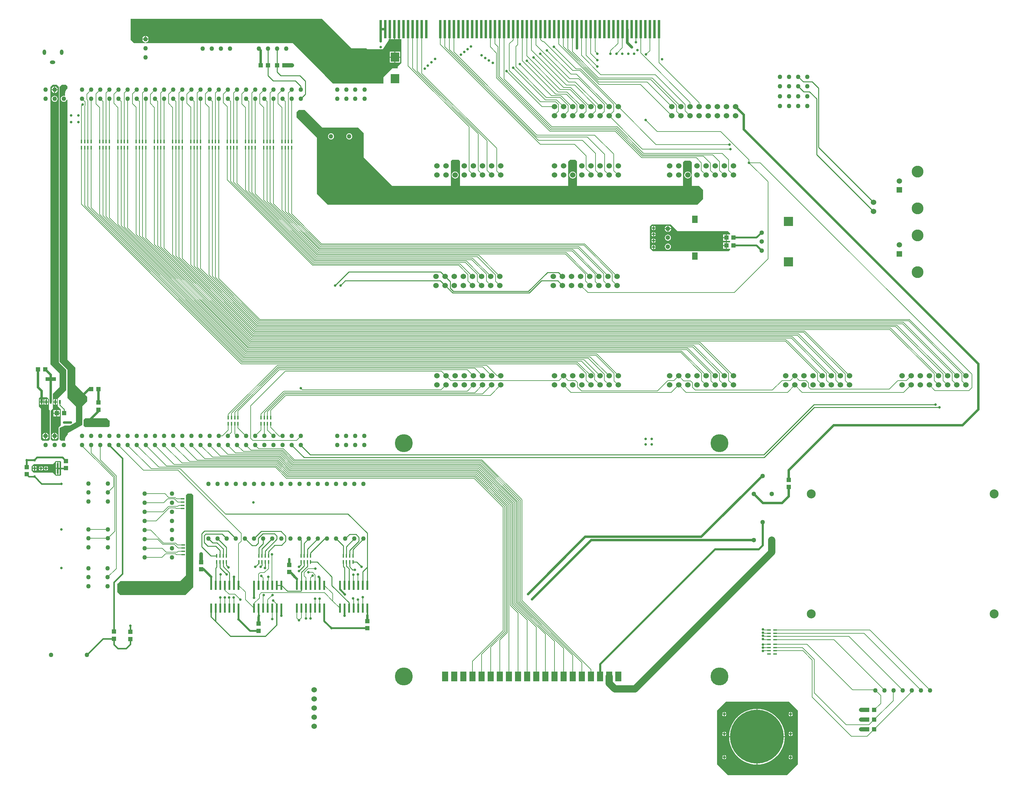
<source format=gtl>
G04 Layer_Physical_Order=1*
G04 Layer_Color=255*
%FSLAX44Y44*%
%MOMM*%
G71*
G01*
G75*
%ADD10R,1.2700X1.2700*%
%ADD11R,0.4500X1.0000*%
%ADD12R,1.0000X0.4500*%
%ADD13R,1.2700X1.2700*%
%ADD14R,10.8000X7.0000*%
%ADD15R,0.5000X3.0000*%
%ADD16R,0.5000X0.7000*%
%ADD17R,0.8000X5.0800*%
%ADD18R,3.0000X1.0000*%
%ADD19R,0.5000X1.0000*%
%ADD20R,3.0000X0.5000*%
%ADD21R,0.7000X0.5000*%
%ADD22R,2.4000X2.6000*%
%ADD23R,0.5100X2.5000*%
%ADD24C,15.0000*%
%ADD25C,0.2000*%
%ADD26C,0.2540*%
%ADD27C,0.4000*%
%ADD28C,1.2000*%
%ADD29C,0.7000*%
%ADD30C,0.8000*%
%ADD31C,1.0000*%
%ADD32C,0.5000*%
%ADD33C,0.3000*%
%ADD34C,2.0000*%
%ADD35C,0.6000*%
%ADD36C,1.2700*%
%ADD37R,1.5000X1.5000*%
%ADD38C,1.5000*%
%ADD39C,3.3000*%
%ADD40C,1.5240*%
%ADD41C,1.3000*%
%ADD42R,2.5000X2.5000*%
%ADD43R,1.5000X2.1000*%
%ADD44C,2.5000*%
%ADD45O,1.5000X1.0000*%
%ADD46O,1.0000X1.5000*%
%ADD47R,1.8000X2.7500*%
%ADD48C,5.0000*%
%ADD49C,0.7000*%
G36*
X7053000Y7199000D02*
X7081000Y7171000D01*
X7122000D01*
X7125000Y7168000D01*
X7168624Y7168000D01*
X7185000Y7192925D01*
Y7196060D01*
X7187130D01*
Y7223999D01*
X7189670D01*
Y7196060D01*
X7199830D01*
Y7223999D01*
X7202369D01*
Y7196060D01*
X7212529D01*
Y7223999D01*
X7215070D01*
Y7196060D01*
X7220000D01*
Y7194646D01*
Y7130000D01*
X7210000Y7120000D01*
Y7115000D01*
X7195000D01*
X7194000Y7114000D01*
X7170000Y7090000D01*
Y7073000D01*
X7030000D01*
X7008000Y7095000D01*
X6918000Y7185000D01*
X6507935D01*
X6507537Y7187000D01*
X6508285Y7187310D01*
X6513804Y7189596D01*
X6516097Y7195130D01*
X6507000D01*
X6497903D01*
X6500196Y7189596D01*
X6505715Y7187310D01*
X6506463Y7187000D01*
X6506065Y7185000D01*
X6475000D01*
X6466000Y7194000D01*
Y7253000D01*
X6999000D01*
X7053000Y7199000D01*
D02*
G37*
G36*
X6285870Y7068950D02*
X6289870Y7064950D01*
Y7058968D01*
X6288156Y7057255D01*
X6287735Y7056705D01*
X6287278Y7056185D01*
X6285637Y7053727D01*
X6285330Y7053107D01*
X6284984Y7052507D01*
X6283853Y7049777D01*
X6283674Y7049108D01*
X6283452Y7048453D01*
X6282875Y7045555D01*
X6282830Y7044864D01*
X6282740Y7044177D01*
Y7041223D01*
X6282830Y7040536D01*
X6282875Y7039845D01*
X6283099Y7038718D01*
X6282118Y7037913D01*
X6281580Y7038135D01*
X6279400Y7038422D01*
X6277220Y7038135D01*
X6275189Y7037294D01*
X6273445Y7035955D01*
X6272106Y7034211D01*
X6271265Y7032180D01*
X6270978Y7030000D01*
X6271265Y7027820D01*
X6272106Y7025789D01*
X6273445Y7024045D01*
X6275189Y7022706D01*
X6277220Y7021865D01*
X6279400Y7021578D01*
X6281580Y7021865D01*
X6283611Y7022706D01*
X6285355Y7024045D01*
X6286694Y7025789D01*
X6287286Y7027219D01*
X6288655Y7027579D01*
X6288740Y7027562D01*
X6289870Y7026432D01*
X6289870Y6302951D01*
X6311869Y6280950D01*
X6311870Y6232951D01*
X6344870Y6199951D01*
Y6186951D01*
X6330870Y6172950D01*
X6330870Y6125651D01*
Y6121250D01*
X6290870Y6097950D01*
X6290870Y6094669D01*
X6290695Y6094515D01*
X6290146Y6094094D01*
X6288056Y6092004D01*
X6287635Y6091455D01*
X6287178Y6090934D01*
X6285536Y6088478D01*
X6285230Y6087857D01*
X6284884Y6087257D01*
X6283754Y6084528D01*
X6283574Y6083858D01*
X6283351Y6083203D01*
X6282775Y6080305D01*
X6282730Y6079614D01*
X6282640Y6078928D01*
Y6076951D01*
X6277419Y6076951D01*
X6271870Y6076951D01*
X6267870Y6080950D01*
X6267870Y6095950D01*
X6267870Y6112760D01*
X6282000Y6118950D01*
X6296531Y6118950D01*
X6313250Y6128478D01*
X6313250Y6172571D01*
X6307870Y6177950D01*
X6289870Y6195950D01*
Y6274951D01*
X6279870Y6284951D01*
X6268040Y6296781D01*
X6268040Y6296781D01*
Y7063000D01*
X6268019Y7063100D01*
X6273870Y7068950D01*
X6285870Y7068950D01*
D02*
G37*
G36*
X6951000Y6999000D02*
X7000000Y6950000D01*
X7100000D01*
X7110000Y6940000D01*
X7115000Y6935000D01*
Y6867000D01*
X7195000Y6787000D01*
X7358000D01*
Y6850000D01*
Y6856000D01*
X7362000Y6860000D01*
X7380000D01*
X7384000Y6856000D01*
Y6787000D01*
X7685000D01*
Y6853000D01*
X7685000Y6855000D01*
X7690000Y6860000D01*
X7705000Y6860000D01*
X7710000Y6855000D01*
Y6787000D01*
X8005000D01*
Y6853000D01*
X8010000Y6858000D01*
X8025000Y6858000D01*
X8030000Y6853000D01*
X8030000Y6787000D01*
X8050000D01*
X8061000Y6776000D01*
Y6770000D01*
Y6751000D01*
X8045001Y6735000D01*
X7083000Y6735000D01*
Y6735000D01*
X7015000D01*
X6985000Y6765000D01*
Y6922000D01*
X6934000Y6973000D01*
X6928000Y6979000D01*
X6928000Y6993000D01*
X6934000Y6999000D01*
X6951000Y6999000D01*
D02*
G37*
G36*
X7977000Y6674000D02*
X7990000Y6661000D01*
X8130000D01*
X8136000Y6655000D01*
X8136000D01*
Y6652276D01*
X8134890Y6651890D01*
X8134730Y6651890D01*
X8127270D01*
Y6643000D01*
Y6634110D01*
X8134730D01*
X8134890Y6634110D01*
X8136000Y6633724D01*
Y6630276D01*
X8134890Y6629890D01*
X8134730Y6629890D01*
X8127270D01*
Y6621000D01*
Y6612110D01*
X8134730D01*
X8134890Y6612110D01*
X8136000Y6611724D01*
Y6609000D01*
X8132000Y6605000D01*
X7921000D01*
X7913000Y6613000D01*
Y6675000D01*
X7918000Y6680000D01*
X7971000D01*
X7977000Y6674000D01*
D02*
G37*
G36*
X6406000Y6134000D02*
X6407000Y6133000D01*
Y6123000D01*
Y6118000D01*
X6404000Y6115000D01*
X6339000Y6115000D01*
X6335000Y6119000D01*
X6335000Y6134000D01*
Y6135000D01*
X6340000Y6140000D01*
X6400000D01*
X6406000Y6134000D01*
D02*
G37*
G36*
X6265102Y7063898D02*
X6266000Y7063000D01*
D01*
X6266000Y7063000D01*
Y6296781D01*
X6266000Y6296781D01*
X6266000Y6296781D01*
Y6295000D01*
X6286000Y6275000D01*
X6286000Y6225000D01*
Y6218000D01*
X6263000Y6195000D01*
Y6173000D01*
X6271000Y6165000D01*
X6271000Y6120000D01*
X6265000Y6114000D01*
Y6081000D01*
X6261000Y6077000D01*
X6247000D01*
X6243000Y6081000D01*
Y6145000D01*
X6243000Y6161000D01*
X6249000Y6167000D01*
X6249000Y6184961D01*
X6249008Y6185000D01*
Y6195000D01*
Y6195008D01*
Y6208008D01*
X6268000Y6227000D01*
X6268000Y6264000D01*
X6242000Y6290000D01*
X6242000Y7063000D01*
X6248000Y7069000D01*
X6260000Y7069000D01*
X6265102Y7063898D01*
D02*
G37*
G36*
X6237792Y6193207D02*
Y6185000D01*
X6238000Y6183956D01*
Y6164000D01*
X6240967Y6161033D01*
X6240961Y6161000D01*
X6240961Y6145000D01*
D01*
Y6145000D01*
Y6081000D01*
X6240967Y6080967D01*
X6237000Y6077000D01*
X6220000D01*
X6216000Y6081000D01*
Y6167000D01*
X6210000Y6173000D01*
Y6175000D01*
Y6195000D01*
X6213000Y6198000D01*
X6233000D01*
X6237792Y6193207D01*
D02*
G37*
G36*
X6272000Y6018000D02*
Y5982000D01*
X6270000Y5980000D01*
X6257000D01*
X6255000Y5982000D01*
X6249000Y5988000D01*
X6196000Y5988000D01*
X6190000Y5994000D01*
Y6006000D01*
X6196000Y6012000D01*
X6249000Y6012000D01*
X6255000Y6018000D01*
X6257000Y6020000D01*
X6270000D01*
X6272000Y6018000D01*
D02*
G37*
G36*
X6640000Y5925000D02*
Y5918000D01*
Y5669000D01*
X6618000Y5647000D01*
X6437000D01*
X6429000Y5655000D01*
Y5678000D01*
X6430000Y5679000D01*
X6437000Y5686000D01*
X6604000D01*
X6620000Y5702000D01*
X6620000Y5705000D01*
Y5925000D01*
X6625000Y5930000D01*
X6635000D01*
X6640000Y5925000D01*
D02*
G37*
G36*
X8300000Y5350000D02*
X8324999Y5325000D01*
X8325000Y5175000D01*
X8295001Y5145000D01*
X8130000Y5145000D01*
X8125000Y5150000D01*
X8100000Y5175000D01*
Y5200000D01*
Y5325000D01*
X8125000Y5350000D01*
X8300000Y5350000D01*
D02*
G37*
%LPC*%
G36*
X6508270Y7205496D02*
Y7197670D01*
X6516096D01*
X6513804Y7203204D01*
X6508270Y7205496D01*
D02*
G37*
G36*
X6505730Y7205496D02*
X6500196Y7203204D01*
X6497903Y7197670D01*
X6505730D01*
Y7205496D01*
D02*
G37*
G36*
X7216790Y7161790D02*
X7203520D01*
Y7147520D01*
X7216790D01*
Y7161790D01*
D02*
G37*
G36*
X7200980D02*
X7187710D01*
Y7147520D01*
X7200980D01*
Y7161790D01*
D02*
G37*
G36*
X7216790Y7144979D02*
X7215861D01*
X7203520D01*
Y7130710D01*
X7216790D01*
Y7144979D01*
D02*
G37*
G36*
X7200980D02*
X7188972D01*
X7187710D01*
Y7130710D01*
X7200980D01*
Y7144979D01*
D02*
G37*
G36*
X7075000Y6933672D02*
X7072820Y6933385D01*
X7070789Y6932544D01*
X7069045Y6931205D01*
X7067706Y6929461D01*
X7066865Y6927430D01*
X7066578Y6925250D01*
X7066865Y6923070D01*
X7067706Y6921039D01*
X7069045Y6919294D01*
X7070789Y6917957D01*
X7072820Y6917115D01*
X7075000Y6916828D01*
X7077180Y6917115D01*
X7079211Y6917957D01*
X7080955Y6919294D01*
X7082294Y6921039D01*
X7083135Y6923070D01*
X7083422Y6925250D01*
X7083135Y6927430D01*
X7082294Y6929461D01*
X7080955Y6931205D01*
X7079211Y6932544D01*
X7077180Y6933385D01*
X7075000Y6933672D01*
D02*
G37*
G36*
X7024200D02*
X7022020Y6933385D01*
X7019989Y6932544D01*
X7018245Y6931205D01*
X7016906Y6929461D01*
X7016065Y6927430D01*
X7015778Y6925250D01*
X7016065Y6923070D01*
X7016906Y6921039D01*
X7018245Y6919294D01*
X7019989Y6917957D01*
X7022020Y6917115D01*
X7024200Y6916828D01*
X7026380Y6917115D01*
X7028411Y6917957D01*
X7030155Y6919294D01*
X7031494Y6921039D01*
X7032335Y6923070D01*
X7032622Y6925250D01*
X7032335Y6927430D01*
X7031494Y6929461D01*
X7030155Y6931205D01*
X7028411Y6932544D01*
X7026380Y6933385D01*
X7024200Y6933672D01*
D02*
G37*
G36*
X8018200Y6827203D02*
X8015689Y6826873D01*
X8013348Y6825903D01*
X8011339Y6824361D01*
X8009797Y6822352D01*
X8008828Y6820012D01*
X8008497Y6817500D01*
X8008828Y6814988D01*
X8009797Y6812648D01*
X8011339Y6810639D01*
X8013348Y6809097D01*
X8015689Y6808127D01*
X8018200Y6807797D01*
X8020712Y6808127D01*
X8023052Y6809097D01*
X8025061Y6810639D01*
X8026603Y6812648D01*
X8027573Y6814988D01*
X8027903Y6817500D01*
X8027573Y6820012D01*
X8026603Y6822352D01*
X8025061Y6824361D01*
X8023052Y6825903D01*
X8020712Y6826873D01*
X8018200Y6827203D01*
D02*
G37*
G36*
X7697550D02*
X7695038Y6826873D01*
X7692698Y6825903D01*
X7690689Y6824361D01*
X7689147Y6822352D01*
X7688177Y6820012D01*
X7687847Y6817500D01*
X7688177Y6814988D01*
X7689147Y6812648D01*
X7690689Y6810639D01*
X7692698Y6809097D01*
X7695038Y6808127D01*
X7697550Y6807797D01*
X7700062Y6808127D01*
X7702402Y6809097D01*
X7704411Y6810639D01*
X7705953Y6812648D01*
X7706923Y6814988D01*
X7707253Y6817500D01*
X7706923Y6820012D01*
X7705953Y6822352D01*
X7704411Y6824361D01*
X7702402Y6825903D01*
X7700062Y6826873D01*
X7697550Y6827203D01*
D02*
G37*
G36*
X7370400D02*
X7367889Y6826873D01*
X7365549Y6825903D01*
X7363539Y6824361D01*
X7361997Y6822352D01*
X7361028Y6820012D01*
X7360697Y6817500D01*
X7361028Y6814988D01*
X7361997Y6812648D01*
X7363539Y6810639D01*
X7365549Y6809097D01*
X7367889Y6808127D01*
X7370400Y6807797D01*
X7372911Y6808127D01*
X7375251Y6809097D01*
X7377261Y6810639D01*
X7378803Y6812648D01*
X7379772Y6814988D01*
X7380103Y6817500D01*
X7379772Y6820012D01*
X7378803Y6822352D01*
X7377261Y6824361D01*
X7375251Y6825903D01*
X7372911Y6826873D01*
X7370400Y6827203D01*
D02*
G37*
G36*
X7924270Y6675906D02*
Y6671270D01*
X7928906D01*
X7928690Y6672357D01*
X7927355Y6674355D01*
X7925356Y6675690D01*
X7924270Y6675906D01*
D02*
G37*
G36*
X7921730D02*
X7920643Y6675690D01*
X7918646Y6674355D01*
X7917311Y6672357D01*
X7917094Y6671270D01*
X7921730D01*
Y6675906D01*
D02*
G37*
G36*
X7964270Y6676951D02*
Y6669269D01*
X7971951D01*
X7971807Y6670360D01*
X7970897Y6672559D01*
X7969448Y6674448D01*
X7967559Y6675897D01*
X7965360Y6676807D01*
X7964270Y6676951D01*
D02*
G37*
G36*
X7961730Y6676951D02*
X7960640Y6676807D01*
X7958441Y6675897D01*
X7956553Y6674448D01*
X7955104Y6672559D01*
X7954193Y6670360D01*
X7954049Y6669269D01*
X7961730D01*
Y6676951D01*
D02*
G37*
G36*
X7928906Y6668730D02*
X7924270D01*
Y6664094D01*
X7925356Y6664310D01*
X7927355Y6665645D01*
X7928690Y6667643D01*
X7928906Y6668730D01*
D02*
G37*
G36*
X7921730D02*
X7917094D01*
X7917311Y6667643D01*
X7918646Y6665645D01*
X7920643Y6664310D01*
X7921730Y6664094D01*
Y6668730D01*
D02*
G37*
G36*
X7971951Y6666730D02*
X7964270D01*
Y6659049D01*
X7965360Y6659193D01*
X7967559Y6660104D01*
X7969448Y6661553D01*
X7970897Y6663441D01*
X7971807Y6665640D01*
X7971951Y6666730D01*
D02*
G37*
G36*
X7961730D02*
X7954049D01*
X7954193Y6665640D01*
X7955104Y6663441D01*
X7956553Y6661553D01*
X7958441Y6660104D01*
X7960640Y6659193D01*
X7961730Y6659049D01*
Y6666730D01*
D02*
G37*
G36*
X7924270Y6658239D02*
Y6653604D01*
X7928906D01*
X7928690Y6654690D01*
X7927355Y6656688D01*
X7925356Y6658023D01*
X7924270Y6658239D01*
D02*
G37*
G36*
X7921730D02*
X7920643Y6658023D01*
X7918646Y6656688D01*
X7917311Y6654690D01*
X7917094Y6653604D01*
X7921730D01*
Y6658239D01*
D02*
G37*
G36*
X7928906Y6651063D02*
X7924270D01*
Y6646428D01*
X7925356Y6646644D01*
X7927355Y6647979D01*
X7928690Y6649977D01*
X7928906Y6651063D01*
D02*
G37*
G36*
X7921730D02*
X7917094D01*
X7917311Y6649977D01*
X7918646Y6647979D01*
X7920643Y6646644D01*
X7921730Y6646428D01*
Y6651063D01*
D02*
G37*
G36*
X8124730Y6651890D02*
X8117110D01*
Y6644270D01*
X8124730D01*
Y6651890D01*
D02*
G37*
G36*
X7924270Y6640573D02*
Y6635937D01*
X7928906D01*
X7928690Y6637023D01*
X7927355Y6639021D01*
X7925356Y6640356D01*
X7924270Y6640573D01*
D02*
G37*
G36*
X7921730D02*
X7920643Y6640356D01*
X7918646Y6639021D01*
X7917311Y6637023D01*
X7917094Y6635937D01*
X7921730D01*
Y6640573D01*
D02*
G37*
G36*
X7963000Y6651573D02*
X7960781Y6651281D01*
X7958713Y6650425D01*
X7956938Y6649062D01*
X7955576Y6647287D01*
X7954719Y6645219D01*
X7954427Y6643000D01*
X7954719Y6640781D01*
X7955576Y6638713D01*
X7956938Y6636938D01*
X7958713Y6635576D01*
X7960781Y6634719D01*
X7963000Y6634427D01*
X7965219Y6634719D01*
X7967287Y6635576D01*
X7969062Y6636938D01*
X7970425Y6638713D01*
X7971281Y6640781D01*
X7971573Y6643000D01*
X7971281Y6645219D01*
X7970425Y6647287D01*
X7969062Y6649062D01*
X7967287Y6650425D01*
X7965219Y6651281D01*
X7963000Y6651573D01*
D02*
G37*
G36*
X8124730Y6641730D02*
X8117110D01*
Y6634110D01*
X8124730D01*
Y6641730D01*
D02*
G37*
G36*
X7928906Y6633397D02*
X7924270D01*
Y6628761D01*
X7925356Y6628977D01*
X7927355Y6630312D01*
X7928690Y6632310D01*
X7928906Y6633397D01*
D02*
G37*
G36*
X7921730D02*
X7917094D01*
X7917311Y6632310D01*
X7918646Y6630312D01*
X7920643Y6628977D01*
X7921730Y6628761D01*
Y6633397D01*
D02*
G37*
G36*
X8124730Y6629890D02*
X8117110D01*
Y6622270D01*
X8124730D01*
Y6629890D01*
D02*
G37*
G36*
X7924270Y6622906D02*
Y6618270D01*
X7928906D01*
X7928690Y6619357D01*
X7927355Y6621354D01*
X7925356Y6622689D01*
X7924270Y6622906D01*
D02*
G37*
G36*
X7921730D02*
X7920643Y6622689D01*
X7918646Y6621354D01*
X7917311Y6619357D01*
X7917094Y6618270D01*
X7921730D01*
Y6622906D01*
D02*
G37*
G36*
X8124730Y6619730D02*
X8117110D01*
Y6612110D01*
X8124730D01*
Y6619730D01*
D02*
G37*
G36*
X7928906Y6615730D02*
X7924270D01*
Y6611094D01*
X7925356Y6611310D01*
X7927355Y6612645D01*
X7928690Y6614644D01*
X7928906Y6615730D01*
D02*
G37*
G36*
X7921730D02*
X7917094D01*
X7917311Y6614644D01*
X7918646Y6612645D01*
X7920643Y6611310D01*
X7921730Y6611094D01*
Y6615730D01*
D02*
G37*
G36*
X7963000Y6626573D02*
X7960781Y6626281D01*
X7958713Y6625425D01*
X7956938Y6624062D01*
X7955576Y6622287D01*
X7954719Y6620219D01*
X7954427Y6618000D01*
X7954719Y6615781D01*
X7955576Y6613713D01*
X7956938Y6611938D01*
X7958713Y6610576D01*
X7960781Y6609719D01*
X7963000Y6609427D01*
X7965219Y6609719D01*
X7967287Y6610576D01*
X7969062Y6611938D01*
X7970425Y6613713D01*
X7971281Y6615781D01*
X7971573Y6618000D01*
X7971281Y6620219D01*
X7970425Y6622287D01*
X7969062Y6624062D01*
X7967287Y6625425D01*
X7965219Y6626281D01*
X7963000Y6626573D01*
D02*
G37*
G36*
X6255270Y7064199D02*
Y7056669D01*
X6262800D01*
X6262661Y7057721D01*
X6261765Y7059883D01*
X6260341Y7061740D01*
X6258483Y7063165D01*
X6256321Y7064061D01*
X6255270Y7064199D01*
D02*
G37*
G36*
X6252730Y7064199D02*
X6251679Y7064061D01*
X6249517Y7063165D01*
X6247659Y7061740D01*
X6246235Y7059883D01*
X6245339Y7057721D01*
X6245200Y7056669D01*
X6252730D01*
Y7064199D01*
D02*
G37*
G36*
X6262800Y7054130D02*
X6255270D01*
Y7046600D01*
X6256321Y7046739D01*
X6258483Y7047635D01*
X6260341Y7049059D01*
X6261765Y7050917D01*
X6262661Y7053079D01*
X6262800Y7054130D01*
D02*
G37*
G36*
X6252730D02*
X6245201D01*
X6245339Y7053079D01*
X6246235Y7050917D01*
X6247659Y7049059D01*
X6249517Y7047635D01*
X6251679Y7046739D01*
X6252730Y7046600D01*
Y7054130D01*
D02*
G37*
G36*
X6254000Y7038422D02*
X6251820Y7038135D01*
X6249789Y7037294D01*
X6248044Y7035955D01*
X6246707Y7034211D01*
X6245865Y7032180D01*
X6245578Y7030000D01*
X6245865Y7027820D01*
X6246707Y7025789D01*
X6248044Y7024045D01*
X6249789Y7022706D01*
X6251820Y7021865D01*
X6254000Y7021578D01*
X6256180Y7021865D01*
X6258211Y7022706D01*
X6259955Y7024045D01*
X6261294Y7025789D01*
X6262135Y7027820D01*
X6262422Y7030000D01*
X6262135Y7032180D01*
X6261294Y7034211D01*
X6259955Y7035955D01*
X6258211Y7037294D01*
X6256180Y7038135D01*
X6254000Y7038422D01*
D02*
G37*
G36*
X6261140Y6192540D02*
X6257370D01*
Y6186270D01*
X6261140D01*
Y6192540D01*
D02*
G37*
G36*
X6254830D02*
X6251060D01*
Y6186270D01*
X6254830D01*
Y6192540D01*
D02*
G37*
G36*
X6261140Y6183730D02*
X6257370D01*
Y6177460D01*
X6261140D01*
Y6183730D01*
D02*
G37*
G36*
X6254830D02*
X6251060D01*
Y6177460D01*
X6254830D01*
Y6183730D01*
D02*
G37*
G36*
X6268890Y6162890D02*
X6261270D01*
Y6155270D01*
X6268890D01*
Y6162890D01*
D02*
G37*
G36*
X6258730D02*
X6251110D01*
Y6155270D01*
X6258730D01*
Y6162890D01*
D02*
G37*
G36*
X6268890Y6152730D02*
X6261270D01*
Y6145110D01*
X6268890D01*
Y6152730D01*
D02*
G37*
G36*
X6258730D02*
X6251110D01*
Y6145110D01*
X6258730D01*
Y6152730D01*
D02*
G37*
G36*
X6255170Y6098950D02*
Y6091420D01*
X6262700D01*
X6262561Y6092471D01*
X6261666Y6094633D01*
X6260240Y6096490D01*
X6258383Y6097916D01*
X6256221Y6098811D01*
X6255170Y6098950D01*
D02*
G37*
G36*
X6252630Y6098950D02*
X6251579Y6098811D01*
X6249417Y6097916D01*
X6247560Y6096490D01*
X6246135Y6094633D01*
X6245239Y6092471D01*
X6245101Y6091420D01*
X6252630D01*
Y6098950D01*
D02*
G37*
G36*
X6262700Y6088880D02*
X6255170D01*
Y6081351D01*
X6256221Y6081489D01*
X6258383Y6082385D01*
X6260240Y6083810D01*
X6261666Y6085667D01*
X6262561Y6087830D01*
X6262700Y6088880D01*
D02*
G37*
G36*
X6252630D02*
X6245100D01*
X6245239Y6087830D01*
X6246135Y6085667D01*
X6247560Y6083810D01*
X6249417Y6082385D01*
X6251579Y6081489D01*
X6252630Y6081351D01*
Y6088880D01*
D02*
G37*
G36*
X6235740Y6192540D02*
X6231970D01*
Y6186270D01*
X6235740D01*
Y6192540D01*
D02*
G37*
G36*
X6223040D02*
X6219270D01*
Y6186270D01*
X6223040D01*
Y6192540D01*
D02*
G37*
G36*
X6229430D02*
X6225660D01*
Y6186270D01*
X6229430D01*
Y6192540D01*
D02*
G37*
G36*
X6216730D02*
X6212960D01*
Y6186270D01*
X6216730D01*
Y6192540D01*
D02*
G37*
G36*
X6235740Y6183730D02*
X6231970D01*
Y6177460D01*
X6235740D01*
Y6183730D01*
D02*
G37*
G36*
X6229430D02*
X6225660D01*
Y6177460D01*
X6229430D01*
Y6183730D01*
D02*
G37*
G36*
X6223040D02*
X6219270D01*
Y6177460D01*
X6223040D01*
Y6183730D01*
D02*
G37*
G36*
X6216730D02*
X6212960D01*
Y6177460D01*
X6216730D01*
Y6183730D01*
D02*
G37*
G36*
X6229770Y6098950D02*
Y6091420D01*
X6237300D01*
X6237161Y6092471D01*
X6236265Y6094633D01*
X6234841Y6096490D01*
X6232983Y6097916D01*
X6230821Y6098811D01*
X6229770Y6098950D01*
D02*
G37*
G36*
X6227230Y6098950D02*
X6226179Y6098811D01*
X6224017Y6097916D01*
X6222159Y6096490D01*
X6220735Y6094633D01*
X6219839Y6092471D01*
X6219700Y6091420D01*
X6227230D01*
Y6098950D01*
D02*
G37*
G36*
X6237300Y6088880D02*
X6229770D01*
Y6081351D01*
X6230821Y6081489D01*
X6232983Y6082385D01*
X6234841Y6083810D01*
X6236265Y6085667D01*
X6237161Y6087830D01*
X6237300Y6088880D01*
D02*
G37*
G36*
X6227230D02*
X6219700D01*
X6219839Y6087830D01*
X6220735Y6085667D01*
X6222159Y6083810D01*
X6224017Y6082385D01*
X6226179Y6081489D01*
X6227230Y6081351D01*
Y6088880D01*
D02*
G37*
G36*
X6231270Y6005906D02*
Y6001270D01*
X6235906D01*
X6235690Y6002357D01*
X6234355Y6004355D01*
X6232357Y6005690D01*
X6231270Y6005906D01*
D02*
G37*
G36*
X6228730D02*
X6227643Y6005690D01*
X6225645Y6004355D01*
X6224310Y6002357D01*
X6224094Y6001270D01*
X6228730D01*
Y6005906D01*
D02*
G37*
G36*
X6217270D02*
Y6001270D01*
X6221906D01*
X6221689Y6002357D01*
X6220355Y6004355D01*
X6218357Y6005690D01*
X6217270Y6005906D01*
D02*
G37*
G36*
X6214730D02*
X6213643Y6005690D01*
X6211646Y6004355D01*
X6210311Y6002357D01*
X6210095Y6001270D01*
X6214730D01*
Y6005906D01*
D02*
G37*
G36*
X6203040Y6006040D02*
X6199270D01*
Y6001270D01*
X6203040D01*
Y6006040D01*
D02*
G37*
G36*
X6196730D02*
X6192960D01*
Y6001270D01*
X6196730D01*
Y6006040D01*
D02*
G37*
G36*
X6268040Y6017540D02*
X6264270D01*
Y6001270D01*
X6268040D01*
Y6017540D01*
D02*
G37*
G36*
X6261730D02*
X6257960D01*
Y6001270D01*
X6261730D01*
Y6017540D01*
D02*
G37*
G36*
X6235906Y5998730D02*
X6231270D01*
Y5994094D01*
X6232357Y5994310D01*
X6234355Y5995645D01*
X6235690Y5997643D01*
X6235906Y5998730D01*
D02*
G37*
G36*
X6228730D02*
X6224094D01*
X6224310Y5997643D01*
X6225645Y5995645D01*
X6227643Y5994310D01*
X6228730Y5994094D01*
Y5998730D01*
D02*
G37*
G36*
X6221906D02*
X6217270D01*
Y5994094D01*
X6218357Y5994310D01*
X6220355Y5995645D01*
X6221689Y5997643D01*
X6221906Y5998730D01*
D02*
G37*
G36*
X6214730D02*
X6210095D01*
X6210311Y5997643D01*
X6211646Y5995645D01*
X6213643Y5994310D01*
X6214730Y5994094D01*
Y5998730D01*
D02*
G37*
G36*
X6203040Y5998730D02*
X6199270D01*
Y5993960D01*
X6203040D01*
Y5998730D01*
D02*
G37*
G36*
X6196730D02*
X6192960D01*
Y5993960D01*
X6196730D01*
Y5998730D01*
D02*
G37*
G36*
X6268040Y5998730D02*
X6264270D01*
Y5982460D01*
X6268040D01*
Y5998730D01*
D02*
G37*
G36*
X6261730D02*
X6257960D01*
Y5982460D01*
X6261730D01*
Y5998730D01*
D02*
G37*
G36*
X8306270Y5320906D02*
Y5316270D01*
X8310906D01*
X8310690Y5317357D01*
X8309355Y5319355D01*
X8307357Y5320690D01*
X8306270Y5320906D01*
D02*
G37*
G36*
X8303730D02*
X8302643Y5320690D01*
X8300645Y5319355D01*
X8299310Y5317357D01*
X8299094Y5316270D01*
X8303730D01*
Y5320906D01*
D02*
G37*
G36*
X8121270D02*
Y5316270D01*
X8125906D01*
X8125690Y5317357D01*
X8124355Y5319355D01*
X8122357Y5320690D01*
X8121270Y5320906D01*
D02*
G37*
G36*
X8118730D02*
X8117643Y5320690D01*
X8115645Y5319355D01*
X8114310Y5317357D01*
X8114094Y5316270D01*
X8118730D01*
Y5320906D01*
D02*
G37*
G36*
X8310906Y5313730D02*
X8306270D01*
Y5309094D01*
X8307357Y5309310D01*
X8309355Y5310645D01*
X8310690Y5312643D01*
X8310906Y5313730D01*
D02*
G37*
G36*
X8303730D02*
X8299094D01*
X8299310Y5312643D01*
X8300645Y5310645D01*
X8302643Y5309310D01*
X8303730Y5309094D01*
Y5313730D01*
D02*
G37*
G36*
X8125906D02*
X8121270D01*
Y5309094D01*
X8122357Y5309310D01*
X8124355Y5310645D01*
X8125690Y5312643D01*
X8125906Y5313730D01*
D02*
G37*
G36*
X8118730D02*
X8114094D01*
X8114310Y5312643D01*
X8115645Y5310645D01*
X8117643Y5309310D01*
X8118730Y5309094D01*
Y5313730D01*
D02*
G37*
G36*
X8306270Y5265906D02*
Y5261270D01*
X8310906D01*
X8310690Y5262357D01*
X8309355Y5264355D01*
X8307357Y5265690D01*
X8306270Y5265906D01*
D02*
G37*
G36*
X8303730D02*
X8302643Y5265690D01*
X8300645Y5264355D01*
X8299310Y5262357D01*
X8299094Y5261270D01*
X8303730D01*
Y5265906D01*
D02*
G37*
G36*
X8121270D02*
Y5261270D01*
X8125906D01*
X8125690Y5262357D01*
X8124355Y5264355D01*
X8122357Y5265690D01*
X8121270Y5265906D01*
D02*
G37*
G36*
X8118730D02*
X8117643Y5265690D01*
X8115645Y5264355D01*
X8114310Y5262357D01*
X8114094Y5261270D01*
X8118730D01*
Y5265906D01*
D02*
G37*
G36*
X8310906Y5258730D02*
X8306270D01*
Y5254094D01*
X8307357Y5254310D01*
X8309355Y5255645D01*
X8310690Y5257643D01*
X8310906Y5258730D01*
D02*
G37*
G36*
X8303730D02*
X8299094D01*
X8299310Y5257643D01*
X8300645Y5255645D01*
X8302643Y5254310D01*
X8303730Y5254094D01*
Y5258730D01*
D02*
G37*
G36*
X8125906D02*
X8121270D01*
Y5254094D01*
X8122357Y5254310D01*
X8124355Y5255645D01*
X8125690Y5257643D01*
X8125906Y5258730D01*
D02*
G37*
G36*
X8118730D02*
X8114094D01*
X8114310Y5257643D01*
X8115645Y5255645D01*
X8117643Y5254310D01*
X8118730Y5254094D01*
Y5258730D01*
D02*
G37*
G36*
X8212270Y5329591D02*
Y5253270D01*
X8288591D01*
X8288174Y5260695D01*
X8286715Y5269282D01*
X8284304Y5277650D01*
X8280971Y5285696D01*
X8276758Y5293319D01*
X8271719Y5300422D01*
X8265916Y5306915D01*
X8259421Y5312719D01*
X8252319Y5317759D01*
X8244697Y5321971D01*
X8236650Y5325304D01*
X8228281Y5327715D01*
X8219695Y5329174D01*
X8212270Y5329591D01*
D02*
G37*
G36*
X8209730D02*
X8202305Y5329174D01*
X8193719Y5327715D01*
X8185350Y5325304D01*
X8177303Y5321971D01*
X8169681Y5317759D01*
X8162578Y5312719D01*
X8156085Y5306915D01*
X8150281Y5300422D01*
X8145242Y5293319D01*
X8141029Y5285696D01*
X8137696Y5277650D01*
X8135285Y5269282D01*
X8133826Y5260695D01*
X8133409Y5253270D01*
X8209730D01*
Y5329591D01*
D02*
G37*
G36*
X8306270Y5200906D02*
Y5196270D01*
X8310906D01*
X8310690Y5197357D01*
X8309355Y5199355D01*
X8307357Y5200690D01*
X8306270Y5200906D01*
D02*
G37*
G36*
X8303730D02*
X8302643Y5200690D01*
X8300645Y5199355D01*
X8299310Y5197357D01*
X8299094Y5196270D01*
X8303730D01*
Y5200906D01*
D02*
G37*
G36*
X8121270D02*
Y5196270D01*
X8125906D01*
X8125690Y5197357D01*
X8124355Y5199355D01*
X8122357Y5200690D01*
X8121270Y5200906D01*
D02*
G37*
G36*
X8118730D02*
X8117643Y5200690D01*
X8115645Y5199355D01*
X8114310Y5197357D01*
X8114094Y5196270D01*
X8118730D01*
Y5200906D01*
D02*
G37*
G36*
X8310906Y5193730D02*
X8306270D01*
Y5189094D01*
X8307357Y5189310D01*
X8309355Y5190645D01*
X8310690Y5192643D01*
X8310906Y5193730D01*
D02*
G37*
G36*
X8303730D02*
X8299094D01*
X8299310Y5192643D01*
X8300645Y5190645D01*
X8302643Y5189310D01*
X8303730Y5189094D01*
Y5193730D01*
D02*
G37*
G36*
X8125906D02*
X8121270D01*
Y5189094D01*
X8122357Y5189310D01*
X8124355Y5190645D01*
X8125690Y5192643D01*
X8125906Y5193730D01*
D02*
G37*
G36*
X8118730D02*
X8114094D01*
X8114310Y5192643D01*
X8115645Y5190645D01*
X8117643Y5189310D01*
X8118730Y5189094D01*
Y5193730D01*
D02*
G37*
G36*
X8288591Y5250730D02*
X8212270D01*
Y5174409D01*
X8219695Y5174826D01*
X8228281Y5176285D01*
X8236650Y5178696D01*
X8244697Y5182029D01*
X8252319Y5186241D01*
X8259421Y5191281D01*
X8265916Y5197084D01*
X8271719Y5203578D01*
X8276758Y5210681D01*
X8280971Y5218304D01*
X8284304Y5226350D01*
X8286715Y5234719D01*
X8288174Y5243304D01*
X8288591Y5250730D01*
D02*
G37*
G36*
X8209730D02*
X8133409D01*
X8133826Y5243304D01*
X8135285Y5234719D01*
X8137696Y5226350D01*
X8141029Y5218304D01*
X8145242Y5210681D01*
X8150281Y5203578D01*
X8156085Y5197084D01*
X8162578Y5191281D01*
X8169681Y5186241D01*
X8177303Y5182029D01*
X8185350Y5178696D01*
X8193719Y5176285D01*
X8202305Y5174826D01*
X8209730Y5174409D01*
Y5250730D01*
D02*
G37*
%LPD*%
D10*
X6376000Y6163750D02*
D03*
Y6183750D02*
D03*
X7125000Y5554250D02*
D03*
Y5574250D02*
D03*
X6662250Y5738500D02*
D03*
Y5718500D02*
D03*
X6907500Y5731000D02*
D03*
Y5711000D02*
D03*
X6822500Y5547000D02*
D03*
Y5567000D02*
D03*
X6465000Y5544000D02*
D03*
Y5524000D02*
D03*
X6419000Y5545000D02*
D03*
Y5525000D02*
D03*
X8300000Y5948000D02*
D03*
Y5968000D02*
D03*
X6285500Y6000500D02*
D03*
Y6020500D02*
D03*
X6176000Y5983500D02*
D03*
Y6003500D02*
D03*
D11*
X6967416Y5756000D02*
D03*
X6958417D02*
D03*
X6949417D02*
D03*
X6940417D02*
D03*
X6967416Y5739000D02*
D03*
X6958417D02*
D03*
X6949417D02*
D03*
X6940417D02*
D03*
X6823000D02*
D03*
X6832000D02*
D03*
X6841000D02*
D03*
X6850000D02*
D03*
X6823000Y5756000D02*
D03*
X6832000D02*
D03*
X6841000D02*
D03*
X6850000D02*
D03*
X7085250D02*
D03*
X7076250D02*
D03*
X7067250D02*
D03*
X7058250D02*
D03*
X7085250Y5739000D02*
D03*
X7076250D02*
D03*
X7067250D02*
D03*
X7058250D02*
D03*
X6705750D02*
D03*
X6714750D02*
D03*
X6723750D02*
D03*
X6732750D02*
D03*
X6705750Y5756000D02*
D03*
X6714750D02*
D03*
X6723750D02*
D03*
X6732750D02*
D03*
X6785909Y6893750D02*
D03*
X6794909D02*
D03*
X6803909D02*
D03*
X6812909D02*
D03*
X6785909Y6910750D02*
D03*
X6794909D02*
D03*
X6803909D02*
D03*
X6812909D02*
D03*
X6735114Y6893750D02*
D03*
X6744114D02*
D03*
X6753113D02*
D03*
X6762114D02*
D03*
X6735114Y6910750D02*
D03*
X6744114D02*
D03*
X6753113D02*
D03*
X6762114D02*
D03*
X6887500Y6893750D02*
D03*
X6896500D02*
D03*
X6905500D02*
D03*
X6914500D02*
D03*
X6887500Y6910750D02*
D03*
X6896500D02*
D03*
X6905500D02*
D03*
X6914500D02*
D03*
X6836705Y6893750D02*
D03*
X6845704D02*
D03*
X6854705D02*
D03*
X6863705D02*
D03*
X6836705Y6910750D02*
D03*
X6845704D02*
D03*
X6854705D02*
D03*
X6863705D02*
D03*
X6856000Y6141250D02*
D03*
X6847000D02*
D03*
X6838000D02*
D03*
X6829000D02*
D03*
X6856000Y6124250D02*
D03*
X6847000D02*
D03*
X6838000D02*
D03*
X6829000D02*
D03*
X6765000Y6141250D02*
D03*
X6756000D02*
D03*
X6747000D02*
D03*
X6738000D02*
D03*
X6765000Y6124250D02*
D03*
X6756000D02*
D03*
X6747000D02*
D03*
X6738000D02*
D03*
X6328750Y6893750D02*
D03*
X6337750D02*
D03*
X6346750D02*
D03*
X6355750D02*
D03*
X6328750Y6910750D02*
D03*
X6337750D02*
D03*
X6346750D02*
D03*
X6355750D02*
D03*
X6379545Y6893750D02*
D03*
X6388546D02*
D03*
X6397546D02*
D03*
X6406545D02*
D03*
X6379545Y6910750D02*
D03*
X6388546D02*
D03*
X6397546D02*
D03*
X6406545D02*
D03*
X6457341D02*
D03*
X6448341D02*
D03*
X6439341D02*
D03*
X6430341D02*
D03*
X6457341Y6893750D02*
D03*
X6448341D02*
D03*
X6439341D02*
D03*
X6430341D02*
D03*
X6481136D02*
D03*
X6490136D02*
D03*
X6499136D02*
D03*
X6508137D02*
D03*
X6481136Y6910750D02*
D03*
X6490136D02*
D03*
X6499136D02*
D03*
X6508137D02*
D03*
X6558932D02*
D03*
X6549932D02*
D03*
X6540932D02*
D03*
X6531932D02*
D03*
X6558932Y6893750D02*
D03*
X6549932D02*
D03*
X6540932D02*
D03*
X6531932D02*
D03*
X6582727D02*
D03*
X6591727D02*
D03*
X6600728D02*
D03*
X6609727D02*
D03*
X6582727Y6910750D02*
D03*
X6591727D02*
D03*
X6600728D02*
D03*
X6609727D02*
D03*
X6633523Y6893750D02*
D03*
X6642523D02*
D03*
X6651523D02*
D03*
X6660522D02*
D03*
X6633523Y6910750D02*
D03*
X6642523D02*
D03*
X6651523D02*
D03*
X6660522D02*
D03*
X6684318Y6893750D02*
D03*
X6693318D02*
D03*
X6702318D02*
D03*
X6711318D02*
D03*
X6684318Y6910750D02*
D03*
X6693318D02*
D03*
X6702318D02*
D03*
X6711318D02*
D03*
D12*
X6612250Y5786750D02*
D03*
Y5777750D02*
D03*
Y5768750D02*
D03*
Y5759750D02*
D03*
X6629250Y5786750D02*
D03*
Y5777750D02*
D03*
Y5768750D02*
D03*
Y5759750D02*
D03*
X8261500Y5482500D02*
D03*
Y5491500D02*
D03*
Y5500500D02*
D03*
Y5509500D02*
D03*
X8244500Y5482500D02*
D03*
Y5491500D02*
D03*
Y5500500D02*
D03*
Y5509500D02*
D03*
Y5549500D02*
D03*
Y5540500D02*
D03*
Y5531500D02*
D03*
Y5522500D02*
D03*
X8261500Y5549500D02*
D03*
Y5540500D02*
D03*
Y5531500D02*
D03*
Y5522500D02*
D03*
X6627750Y5888000D02*
D03*
Y5897000D02*
D03*
Y5906000D02*
D03*
Y5915000D02*
D03*
X6610750Y5888000D02*
D03*
Y5897000D02*
D03*
Y5906000D02*
D03*
Y5915000D02*
D03*
D13*
X8146000Y6643000D02*
D03*
X8126000D02*
D03*
X8146000Y6621000D02*
D03*
X8126000D02*
D03*
X8518000Y5273000D02*
D03*
X8538000D02*
D03*
X8518000Y5300000D02*
D03*
X8538000D02*
D03*
X8518000Y5327000D02*
D03*
X8538000D02*
D03*
X6208000Y6276000D02*
D03*
X6228000D02*
D03*
X6260000Y6154000D02*
D03*
X6280000D02*
D03*
X6356000Y6221250D02*
D03*
X6376000D02*
D03*
X6894000Y7123250D02*
D03*
X6874000D02*
D03*
X6828500D02*
D03*
X6848500D02*
D03*
D14*
X7049600Y6818250D02*
D03*
D15*
X6263000Y6000000D02*
D03*
D16*
X6198000Y5977000D02*
D03*
Y6000000D02*
D03*
Y6023000D02*
D03*
D17*
X7937800Y7224600D02*
D03*
X7925100D02*
D03*
X7912400D02*
D03*
X7899700D02*
D03*
X7887000D02*
D03*
X7874300D02*
D03*
X7861600D02*
D03*
X7848900D02*
D03*
X7836200D02*
D03*
X7823500D02*
D03*
X7810800D02*
D03*
X7785400D02*
D03*
X7772700D02*
D03*
X7760000D02*
D03*
X7747300D02*
D03*
X7734600D02*
D03*
X7721900D02*
D03*
X7709200D02*
D03*
X7696500D02*
D03*
X7683800D02*
D03*
X7671100D02*
D03*
X7658400D02*
D03*
X7645700D02*
D03*
X7633000D02*
D03*
X7620300D02*
D03*
X7607600D02*
D03*
X7594900D02*
D03*
X7582200D02*
D03*
X7569500D02*
D03*
X7556800D02*
D03*
X7544100D02*
D03*
X7531400D02*
D03*
X7518700D02*
D03*
X7506000D02*
D03*
X7493300D02*
D03*
X7467900D02*
D03*
X7480600D02*
D03*
X7455200D02*
D03*
X7442500D02*
D03*
X7429800D02*
D03*
X7417100D02*
D03*
X7404400D02*
D03*
X7391700D02*
D03*
X7379000D02*
D03*
X7366300D02*
D03*
X7353600D02*
D03*
X7340900D02*
D03*
X7328200D02*
D03*
X7290000Y7224000D02*
D03*
X7277300D02*
D03*
X7264600D02*
D03*
X7251900D02*
D03*
X7239200D02*
D03*
X7226500D02*
D03*
X7213800D02*
D03*
X7201100D02*
D03*
X7188400D02*
D03*
X7175700D02*
D03*
X7163000D02*
D03*
X7798100Y7224600D02*
D03*
D18*
X6243400Y6248500D02*
D03*
D19*
X6268800Y6185000D02*
D03*
X6256100D02*
D03*
X6243400D02*
D03*
X6230700D02*
D03*
X6218000D02*
D03*
D20*
X6322000Y6193000D02*
D03*
D21*
X6345000Y6128000D02*
D03*
X6322000D02*
D03*
X6299000D02*
D03*
D22*
X7202250Y7146250D02*
D03*
Y7086250D02*
D03*
D23*
X7125000Y5610250D02*
D03*
X7112300Y5610251D02*
D03*
X7099600D02*
D03*
X7086900D02*
D03*
X7074200D02*
D03*
X7061500D02*
D03*
X7048800D02*
D03*
Y5674250D02*
D03*
X7061500D02*
D03*
X7074200D02*
D03*
X7086900D02*
D03*
X7099600D02*
D03*
X7112300D02*
D03*
X7125000D02*
D03*
X6929366D02*
D03*
X6942067Y5674250D02*
D03*
X6954767D02*
D03*
X6967466D02*
D03*
X6980167D02*
D03*
X6992867D02*
D03*
X7005566D02*
D03*
Y5610250D02*
D03*
X6992867D02*
D03*
X6980167D02*
D03*
X6967466D02*
D03*
X6954767D02*
D03*
X6942067D02*
D03*
X6929366D02*
D03*
X6886133D02*
D03*
X6873433Y5610251D02*
D03*
X6860733D02*
D03*
X6848033D02*
D03*
X6835333D02*
D03*
X6822633D02*
D03*
X6809933D02*
D03*
Y5674250D02*
D03*
X6822633D02*
D03*
X6835333D02*
D03*
X6848033D02*
D03*
X6860733D02*
D03*
X6873433D02*
D03*
X6886133D02*
D03*
X6690500D02*
D03*
X6703200Y5674250D02*
D03*
X6715900D02*
D03*
X6728600D02*
D03*
X6741300D02*
D03*
X6754000D02*
D03*
X6766700D02*
D03*
Y5610250D02*
D03*
X6754000D02*
D03*
X6741300D02*
D03*
X6728600D02*
D03*
X6715900D02*
D03*
X6703200D02*
D03*
X6690500D02*
D03*
D24*
X8211000Y5252000D02*
D03*
D25*
X8228000Y5551000D02*
X8229500Y5549500D01*
X8244500D01*
X8228000Y5542000D02*
X8229500Y5540500D01*
X8244500D01*
X8228000Y5533000D02*
X8229500Y5531500D01*
X8244500D01*
X8228000Y5524000D02*
X8229500Y5522500D01*
X8244500D01*
X8525700Y5549500D02*
X8692200Y5383000D01*
X8261500Y5549500D02*
X8525700D01*
X8509300Y5540500D02*
X8666800Y5383000D01*
X8261500Y5540500D02*
X8509300D01*
X8467500Y5531500D02*
X8616000Y5383000D01*
X8261500Y5531500D02*
X8467500D01*
X8425700Y5522500D02*
X8565200Y5383000D01*
X8261500Y5522500D02*
X8425700D01*
X6337750Y6732907D02*
Y6893750D01*
X6338250Y6732407D02*
X6775657Y6295000D01*
X6328750Y6736250D02*
Y6893750D01*
Y6736250D02*
X6774000Y6291000D01*
X7709000D01*
X7005801Y5653250D02*
X7029000Y5630051D01*
X6829750Y5653250D02*
X7005801D01*
X6824500Y5648000D02*
X6829750Y5653250D01*
X6838500Y5709250D02*
X6850000Y5720750D01*
Y5739000D01*
X6914400Y7030000D02*
X6914500Y7029900D01*
Y6910750D02*
Y7029900D01*
X6905050Y7046050D02*
X6914400Y7055400D01*
X6905050Y6911200D02*
Y7046050D01*
Y6911200D02*
X6905500Y6910750D01*
X6889000Y7030000D02*
X6896500Y7022500D01*
Y6910750D02*
Y7022500D01*
X6876750Y7016500D02*
X6887500Y7005750D01*
Y6910750D02*
Y7005750D01*
X6862250Y7028650D02*
X6863600Y7030000D01*
X6863705Y6910750D02*
Y7029896D01*
X6854250Y7046050D02*
X6863600Y7055400D01*
X6854250Y6911204D02*
Y7046050D01*
Y6911204D02*
X6854705Y6910750D01*
X6838200Y7030000D02*
X6845704Y7022495D01*
Y6910750D02*
Y7022495D01*
X6825750Y7017000D02*
X6836705Y7006046D01*
Y6910750D02*
Y7006046D01*
X6812800Y7030000D02*
X6812909Y7029891D01*
Y6910750D02*
Y7029891D01*
X6803450Y7046050D02*
X6812800Y7055400D01*
X6803450Y6911209D02*
Y7046050D01*
Y6911209D02*
X6803909Y6910750D01*
X6787400Y7030000D02*
X6794909Y7022491D01*
Y6910750D02*
Y7022491D01*
X6775750Y7016000D02*
X6785909Y7005841D01*
Y6910750D02*
Y7005841D01*
X6762000Y7030000D02*
X6762114Y7029886D01*
Y6910750D02*
Y7029886D01*
X6752650Y7046050D02*
X6762000Y7055400D01*
X6752650Y6911213D02*
Y7046050D01*
Y6911213D02*
X6753113Y6910750D01*
X6736600Y7030000D02*
X6744114Y7022487D01*
Y6910750D02*
Y7022487D01*
X6724250Y7019500D02*
Y7043050D01*
Y7019500D02*
X6735114Y7008636D01*
Y6910750D02*
Y7008636D01*
X6701850Y7046050D02*
X6711200Y7055400D01*
X6701850Y6911218D02*
Y7046050D01*
Y6911218D02*
X6702318Y6910750D01*
X6651050Y7046050D02*
X6660400Y7055400D01*
X6651050Y6911223D02*
Y7046050D01*
Y6911223D02*
X6651523Y6910750D01*
X6600250Y7046050D02*
X6609600Y7055400D01*
X6600250Y6911227D02*
Y7046050D01*
Y6911227D02*
X6600728Y6910750D01*
X6549450Y7046050D02*
X6558800Y7055400D01*
X6549450Y6911232D02*
Y7046050D01*
Y6911232D02*
X6549932Y6910750D01*
X6498650Y7046050D02*
X6508000Y7055400D01*
X6498650Y6911237D02*
Y7046050D01*
Y6911237D02*
X6499136Y6910750D01*
X6397050Y6911246D02*
Y7046050D01*
Y6911246D02*
X6397546Y6910750D01*
X6397050Y7046050D02*
X6406400Y7055400D01*
X6447850Y7046050D02*
X6457200Y7055400D01*
X6447850Y6911241D02*
Y7046050D01*
Y6911241D02*
X6448341Y6910750D01*
X6343500Y7043300D02*
X6355600Y7055400D01*
X6343500Y7028877D02*
Y7043300D01*
Y7028877D02*
X6346750Y7025627D01*
Y6910750D02*
Y7025627D01*
X6711200Y7030000D02*
X6711318Y7029882D01*
Y6910750D02*
Y7029882D01*
X6685800Y7030000D02*
X6693318Y7022482D01*
Y6910750D02*
Y7022482D01*
X6674250Y7016750D02*
X6684318Y7006682D01*
Y6910750D02*
Y7006682D01*
X6659000Y7028600D02*
X6660400Y7030000D01*
X6660522Y6910750D02*
Y7029877D01*
X6635000Y7030000D02*
X6642523Y7022477D01*
Y6910750D02*
Y7022477D01*
X6622500Y7017250D02*
X6633523Y7006227D01*
Y6910750D02*
Y7006227D01*
X6608250Y7028650D02*
X6609600Y7030000D01*
X6609727Y6910750D02*
Y7029872D01*
X6584200Y7030000D02*
X6591727Y7022473D01*
Y6910750D02*
Y7022473D01*
X6571500Y7017250D02*
X6582727Y7006023D01*
Y6910750D02*
Y7006023D01*
X6558800Y7030000D02*
X6558932Y7029868D01*
Y6910750D02*
Y7029868D01*
X6533400Y7030000D02*
X6540932Y7022468D01*
Y6910750D02*
Y7022468D01*
X6520500Y7017500D02*
X6531932Y7006068D01*
Y6910750D02*
Y7006068D01*
X6508000Y7030000D02*
X6508137Y7029864D01*
Y6910750D02*
Y7029864D01*
X6482600Y7030000D02*
X6490136Y7022463D01*
Y6910750D02*
Y7022463D01*
X6471000Y7016500D02*
X6481136Y7006364D01*
Y6910750D02*
Y7006364D01*
X6456000Y7028800D02*
X6457200Y7030000D01*
X6457341Y6910750D02*
Y7029859D01*
X6431800Y7030000D02*
X6439341Y7022459D01*
Y6910750D02*
Y7022459D01*
X6419000Y7017250D02*
X6430341Y7005909D01*
Y6910750D02*
Y7005909D01*
X6405000Y7028600D02*
X6406400Y7030000D01*
X6406545Y6910750D02*
Y7029855D01*
X6381000Y7030000D02*
X6388546Y7022454D01*
Y6910750D02*
Y7022454D01*
X6369250Y7015750D02*
X6379545Y7005455D01*
Y6910750D02*
Y7005455D01*
X6354250Y7028650D02*
X6355600Y7030000D01*
X6355750Y6910750D02*
Y7029850D01*
X6330200Y7030000D02*
X6338750Y7021450D01*
Y7011307D02*
Y7021450D01*
X6337750Y7010308D02*
X6338750Y7011307D01*
X6337750Y6910750D02*
Y7010308D01*
X6328750Y7010500D02*
X6332250Y7014000D01*
X6328750Y6910750D02*
Y7010500D01*
X6914500Y6709352D02*
X6997853Y6626000D01*
X6914500Y6709352D02*
Y6893750D01*
X6905500Y6712696D02*
X6996196Y6622000D01*
X6905500Y6712696D02*
Y6893750D01*
X6896500Y6716039D02*
X6994539Y6618000D01*
X6896500Y6716039D02*
Y6893750D01*
X6887500Y6719382D02*
X6992882Y6614000D01*
X6887500Y6719382D02*
Y6893750D01*
X6863705Y6737521D02*
X6991226Y6610000D01*
X6863705Y6737521D02*
Y6893750D01*
X6854705Y6740864D02*
X6989568Y6606000D01*
X6854705Y6740864D02*
Y6893750D01*
X6845704Y6744207D02*
X6987911Y6602000D01*
X6845704Y6744207D02*
Y6893750D01*
X6836705Y6747550D02*
X6986255Y6598000D01*
X6836705Y6747550D02*
Y6893750D01*
X6812909Y6765689D02*
X6984598Y6594000D01*
X6812909Y6765689D02*
Y6893750D01*
X6803909Y6769032D02*
X6982941Y6590000D01*
X6803909Y6769032D02*
Y6893750D01*
X6794909Y6772375D02*
X6981284Y6586000D01*
X6794909Y6772375D02*
Y6893750D01*
X6785909Y6775718D02*
X6979628Y6582000D01*
X6785909Y6775718D02*
Y6893750D01*
X6762114Y6793857D02*
X6977971Y6578000D01*
X6762114Y6793857D02*
Y6893750D01*
X6753113Y6797200D02*
X6976313Y6574000D01*
X6753113Y6797200D02*
Y6893750D01*
X6744114Y6800543D02*
Y6893750D01*
X6735114Y6803886D02*
Y6893750D01*
X6711318Y6529044D02*
X6825362Y6415000D01*
X6711318Y6529044D02*
Y6893750D01*
X6702318Y6532387D02*
X6823705Y6411000D01*
X6702318Y6532387D02*
Y6893750D01*
X6693318Y6535730D02*
X6822048Y6407000D01*
X6693318Y6535730D02*
Y6893750D01*
X6684318Y6539073D02*
X6820392Y6403000D01*
X6684318Y6539073D02*
Y6893750D01*
X6660522Y6557212D02*
X6818735Y6399000D01*
X6660522Y6557212D02*
Y6893750D01*
X6651523Y6560555D02*
X6817078Y6395000D01*
X6651523Y6560555D02*
Y6893750D01*
X6642523Y6563898D02*
Y6893750D01*
X6633523Y6567241D02*
X6813764Y6387000D01*
X6633523Y6567241D02*
Y6893750D01*
X6609727Y6585380D02*
X6812108Y6383000D01*
X6609727Y6585380D02*
Y6893750D01*
X6600728Y6588723D02*
X6810450Y6379000D01*
X6600728Y6588723D02*
Y6893750D01*
X6591727Y6592066D02*
X6808794Y6375000D01*
X6591727Y6592066D02*
Y6893750D01*
X6582727Y6595410D02*
X6807137Y6371000D01*
X6582727Y6595410D02*
Y6893750D01*
X6558932Y6613548D02*
X6805480Y6367000D01*
X6558932Y6613548D02*
Y6893750D01*
X6549932Y6616891D02*
X6803823Y6363000D01*
X6549932Y6616891D02*
Y6893750D01*
X6540932Y6620234D02*
Y6893750D01*
X6531932Y6623577D02*
X6800510Y6355000D01*
X6531932Y6623577D02*
Y6893750D01*
X6508137Y6641716D02*
X6798853Y6351000D01*
X6508137Y6641716D02*
Y6893750D01*
X6499136Y6645059D02*
X6797196Y6347000D01*
X6499136Y6645059D02*
Y6893750D01*
X6490136Y6648403D02*
X6795539Y6343000D01*
X6490136Y6648403D02*
Y6893750D01*
X6481136Y6651746D02*
Y6893750D01*
X6457341Y6669884D02*
X6792225Y6335000D01*
X6457341Y6669884D02*
Y6893750D01*
X6448341Y6673228D02*
X6790568Y6331000D01*
X6448341Y6673228D02*
Y6893750D01*
X6439341Y6676570D02*
X6788912Y6327000D01*
X6439341Y6676570D02*
Y6893750D01*
X6430341Y6679914D02*
X6787255Y6323000D01*
X6430341Y6679914D02*
Y6893750D01*
X6406545Y6698052D02*
X6785598Y6319000D01*
X6406545Y6698052D02*
Y6893750D01*
X6397546Y6701395D02*
X6783941Y6315000D01*
X6397546Y6701395D02*
Y6893750D01*
X6388546Y6704739D02*
X6782285Y6311000D01*
X6388546Y6704739D02*
Y6893750D01*
X6379545Y6708082D02*
X6780627Y6307000D01*
X6379545Y6708082D02*
Y6893750D01*
X6355750Y6726221D02*
X6778970Y6303000D01*
X6355750Y6726221D02*
Y6893750D01*
X6346750Y6729564D02*
X6777314Y6299000D01*
X6346750Y6729564D02*
Y6893750D01*
X8337500Y5500500D02*
X8371000Y5467000D01*
X8261500Y5500500D02*
X8337500D01*
X8339500Y5491500D02*
X8365000Y5466000D01*
X8261500Y5491500D02*
X8339500D01*
X8350800Y5509500D02*
X8477300Y5383000D01*
X8261500Y5509500D02*
X8350800D01*
X8228000Y5509000D02*
X8229000Y5508000D01*
X8228500Y5509500D02*
X8244500D01*
X8228000Y5500000D02*
X8228000Y5500000D01*
X8228500Y5500500D02*
X8244500D01*
X8228500Y5491500D02*
X8244500D01*
X6897220Y6203000D02*
X7467900D01*
X6895564Y6207000D02*
X7446500D01*
X6893907Y6211000D02*
X7425100D01*
X6856000Y6161780D02*
X6897220Y6203000D01*
X6856000Y6141250D02*
Y6161780D01*
X6847000Y6158436D02*
X6895564Y6207000D01*
X6847000Y6141250D02*
Y6158436D01*
X6838000Y6155093D02*
X6893907Y6211000D01*
X6838000Y6141250D02*
Y6155093D01*
X6892250Y6215000D02*
X7403700D01*
X6829000Y6151750D02*
X6892250Y6215000D01*
X6829000Y6141250D02*
Y6151750D01*
X6738000Y6106750D02*
Y6124250D01*
X6721400Y6090150D02*
X6738000Y6106750D01*
X6711100Y6090150D02*
X6721400D01*
X6880250Y6090000D02*
X6889000D01*
X6856000Y6114250D02*
X6880250Y6090000D01*
X6856000Y6114250D02*
Y6124250D01*
X6847000Y6106600D02*
X6863600Y6090000D01*
X6847000Y6106600D02*
Y6124250D01*
X6838000Y6090200D02*
Y6124250D01*
X6829250Y6106700D02*
Y6124000D01*
X6812700Y6090150D02*
X6829250Y6106700D01*
X6736600Y6090000D02*
X6747000Y6100400D01*
Y6124250D01*
X6765000Y6112400D02*
X6787400Y6090000D01*
X6765000Y6112400D02*
Y6124250D01*
Y6160280D02*
X6879720Y6275000D01*
X6765000Y6141250D02*
Y6160280D01*
X6878063Y6279000D02*
X7425500D01*
X6756000Y6156937D02*
X6878063Y6279000D01*
X6756000Y6141250D02*
Y6156937D01*
X6876407Y6283000D02*
X7446900D01*
X6747000Y6153593D02*
X6876407Y6283000D01*
X6747000Y6141250D02*
Y6153593D01*
X6874750Y6287000D02*
X7457919D01*
X6738000Y6150250D02*
X6874750Y6287000D01*
X6738000Y6145970D02*
Y6150250D01*
X6563000Y5762000D02*
X6591000D01*
X6593250Y5759750D01*
X6612250D01*
X6595000Y5766000D02*
X6597750Y5768750D01*
X6612250D01*
X6591000Y5792000D02*
X6596250Y5786750D01*
X6612250D01*
X6589657Y5919000D02*
X6593657Y5915000D01*
X6610750D01*
X6597000Y5894000D02*
X6600000Y5897000D01*
X6610750D01*
X6573400Y5890000D02*
X6591000D01*
X6593000Y5888000D01*
X6610750D01*
X8556000Y5345000D02*
Y5366800D01*
X8538000Y5327000D02*
X8556000Y5345000D01*
X8538000Y5273000D02*
X8641400Y5376400D01*
X8538000Y5300000D02*
X8590600Y5352600D01*
X8518000Y5253000D02*
X8538000Y5273000D01*
X8474000Y5253000D02*
X8518000D01*
X8365000Y5362000D02*
X8474000Y5253000D01*
X8371000Y5374000D02*
X8460000Y5285000D01*
X8523000D01*
X8538000Y5300000D01*
X8477300Y5383000D02*
X8539800D01*
X7645000Y7175000D02*
X7707000Y7113000D01*
X7719657D02*
X7824550Y7008107D01*
X7707000Y7113000D02*
X7719657D01*
X7718000Y7109000D02*
X7812000Y7015000D01*
X7698000Y7109000D02*
X7718000D01*
X7613600Y7189400D02*
X7617600D01*
X7607600Y7195400D02*
X7613600Y7189400D01*
X7607600Y7195400D02*
Y7224600D01*
X7617600Y7189400D02*
X7698000Y7109000D01*
X7626143Y7165286D02*
X7692429Y7099000D01*
X7708150D01*
X7799150Y7008000D01*
X7715000Y7086000D02*
X7786000Y7015000D01*
X7689000Y7086000D02*
X7715000D01*
X7704750Y7077000D02*
X7773750Y7008000D01*
X7685857Y7077000D02*
X7704750D01*
X7703369Y7068000D02*
X7761000Y7010369D01*
X7680000Y7068000D02*
X7703369D01*
X7594900Y7180100D02*
X7689000Y7086000D01*
X7607286Y7155571D02*
X7685857Y7077000D01*
X7582200Y7165800D02*
X7680000Y7068000D01*
X7556800Y7136200D02*
X7650000Y7043000D01*
X7680000D02*
X7710000Y7013000D01*
X7650000Y7043000D02*
X7680000D01*
X7692000Y7062000D02*
X7740350Y7013650D01*
X7672286Y7062000D02*
X7692000D01*
X7588428Y7145857D02*
X7672286Y7062000D01*
X7691000Y7056000D02*
X7735000Y7012000D01*
X7663000Y7056000D02*
X7691000D01*
X7569500Y7149500D02*
X7663000Y7056000D01*
Y7034000D02*
X7685000Y7012000D01*
X7624000Y7034000D02*
X7663000D01*
X7646750Y6984750D02*
X7658000Y6996000D01*
X7664343Y7039000D02*
X7695343Y7008000D01*
X7612000D02*
X7646750D01*
X7681950Y7049000D02*
X7722950Y7008000D01*
X7653150Y7027000D02*
X7672150Y7008000D01*
X7656714Y7049000D02*
X7681950D01*
X7569572Y7136143D02*
X7656714Y7049000D01*
X7638143Y7039000D02*
X7664343D01*
X7550714Y7126429D02*
X7638143Y7039000D01*
X7735000Y6994650D02*
Y7012000D01*
X7544100Y7181100D02*
Y7224600D01*
X7539000Y7176000D02*
X7544100Y7181100D01*
X7539000Y7119000D02*
Y7176000D01*
Y7119000D02*
X7624000Y7034000D01*
X7531857Y7116714D02*
X7621572Y7027000D01*
X7653150D01*
X7521000Y7183600D02*
X7531400Y7194000D01*
X7521000Y7109000D02*
Y7183600D01*
Y7109000D02*
X7608000Y7022000D01*
X7650000D01*
X7513000Y7107000D02*
X7612000Y7008000D01*
X7650000Y7022000D02*
X7658000Y7014000D01*
Y6996000D02*
Y7014000D01*
X7646750Y6982600D02*
Y6984750D01*
X7824550Y7008000D02*
Y7008107D01*
X7768314Y7084000D02*
X7915000D01*
X7683800Y7168514D02*
X7768314Y7084000D01*
X7683800Y7168514D02*
Y7224600D01*
X7769657Y7077000D02*
X7904900D01*
X7671100Y7175557D02*
X7769657Y7077000D01*
X7671100Y7175557D02*
Y7224600D01*
X7771000Y7070000D02*
X7886500D01*
X7658400Y7182600D02*
X7771000Y7070000D01*
X7658400Y7182600D02*
Y7224600D01*
X7770000Y7088000D02*
X7919300D01*
X7696500Y7161500D02*
X7770000Y7088000D01*
X7696500Y7161500D02*
Y7224600D01*
X7761000Y6995250D02*
Y7010369D01*
X7594900Y7180100D02*
Y7224600D01*
X7582200Y7165800D02*
Y7224600D01*
X7569500Y7149500D02*
Y7224600D01*
X7695343Y7008000D02*
X7697550D01*
X7710000Y6995050D02*
Y7013000D01*
X7556800Y7136200D02*
Y7224600D01*
X7531400Y7194000D02*
Y7224600D01*
X6756250Y5649250D02*
X6771750Y5633750D01*
X6739750Y5649250D02*
X6756250D01*
X6766700Y5789700D02*
X6774000Y5797000D01*
X6766700Y5674250D02*
Y5789700D01*
X6544350Y6003050D02*
X6869411D01*
X6483000Y6064400D02*
X6544350Y6003050D01*
X6869411D02*
X6900461Y5972000D01*
X6508400Y6064400D02*
X6565750Y6007050D01*
X6871068D01*
X6533800Y6064400D02*
X6587150Y6011050D01*
X6872725D01*
X6559200Y6064400D02*
X6608550Y6015050D01*
X6874382D01*
X6584600Y6064400D02*
X6629950Y6019050D01*
X6876038D01*
X6610000Y6064400D02*
X6651350Y6023050D01*
X6877695D01*
X6635400Y6064400D02*
X6672750Y6027050D01*
X6879352D01*
X6660800Y6064400D02*
X6694150Y6031050D01*
X6881009D01*
X6686200Y6064400D02*
X6715550Y6035050D01*
X6882666D01*
X6711600Y6064400D02*
X6736950Y6039050D01*
X6884323D01*
X6737000Y6064400D02*
X6758350Y6043050D01*
X6885980D01*
X6762400Y6064400D02*
X6779750Y6047050D01*
X6887636D01*
X6787800Y6064400D02*
X6801150Y6051050D01*
X6889293D01*
X6813200Y6064400D02*
X6822550Y6055050D01*
X6890950D01*
X6922000Y6024000D01*
X6889293Y6051050D02*
X6920343Y6020000D01*
X6887636Y6047050D02*
X6918687Y6016000D01*
X6885980Y6043050D02*
X6917029Y6012000D01*
X6884323Y6039050D02*
X6915373Y6008000D01*
X6882666Y6035050D02*
X6913716Y6004000D01*
X6881009Y6031050D02*
X6912059Y6000000D01*
X6879352Y6027050D02*
X6910402Y5996000D01*
X6877695Y6023050D02*
X6908745Y5992000D01*
X6876038Y6019050D02*
X6907089Y5988000D01*
X6874382Y6015050D02*
X6905432Y5984000D01*
X6872725Y6011050D02*
X6903775Y5980000D01*
X6871068Y6007050D02*
X6902118Y5976000D01*
X6942067Y5583066D02*
Y5610250D01*
X6935250Y5576250D02*
X6942067Y5583066D01*
X6929366Y5582133D02*
Y5610250D01*
Y5582133D02*
X6935250Y5576250D01*
X6824500Y5638500D02*
Y5648000D01*
X6809933Y5623933D02*
X6824500Y5638500D01*
X6809933Y5610251D02*
Y5623933D01*
X6860733Y5580733D02*
Y5610251D01*
X6860000Y5580000D02*
X6860733Y5580733D01*
X6728600Y5660400D02*
X6739750Y5649250D01*
X7005566Y5674250D02*
X7029000Y5650816D01*
Y5630051D02*
Y5650816D01*
Y5630051D02*
X7048800Y5610251D01*
X6848033Y5633783D02*
X6861000Y5646750D01*
X6848033Y5610251D02*
Y5633783D01*
X6835333Y5645083D02*
X6837000Y5646750D01*
X6835333Y5610251D02*
Y5645083D01*
Y5674250D02*
Y5695417D01*
X6830250Y5700500D02*
X6835333Y5695417D01*
X6863000Y5631500D02*
X6873433Y5621067D01*
Y5610251D02*
Y5621067D01*
X6849000Y5675217D02*
Y5698000D01*
X6859750Y5675233D02*
Y5760000D01*
X6785750Y5634434D02*
X6809933Y5610251D01*
X6785750Y5634434D02*
Y5655200D01*
X6766700Y5674250D02*
X6785750Y5655200D01*
X6752500Y5640500D02*
X6754000Y5639000D01*
Y5610250D02*
Y5639000D01*
X6741300Y5610250D02*
Y5638700D01*
X6740250Y5639750D02*
X6741300Y5638700D01*
X6733578Y5704028D02*
Y5705421D01*
X6728600Y5610250D02*
Y5640350D01*
X6715750Y5640500D02*
X6715900Y5640350D01*
Y5610250D02*
Y5640350D01*
Y5703650D02*
X6716500Y5704250D01*
X6715900Y5674250D02*
Y5703650D01*
X8189000Y6852000D02*
Y6860000D01*
X7748350Y6817500D02*
Y6821650D01*
X7735000Y6835000D02*
X7748350Y6821650D01*
X7735000Y6835000D02*
Y6871000D01*
X7487019Y6257900D02*
X7497400D01*
X6913000Y7028600D02*
X6914400Y7030000D01*
X6876750Y7043150D02*
X6889000Y7055400D01*
X6876750Y7016500D02*
Y7043150D01*
X6825750Y7042950D02*
X6838200Y7055400D01*
X6825750Y7017000D02*
Y7042950D01*
X6811500Y7028700D02*
X6812800Y7030000D01*
X6775750Y7043750D02*
X6787400Y7055400D01*
X6775750Y7016000D02*
Y7043750D01*
X6760500Y7028500D02*
X6762000Y7030000D01*
X6724250Y7043050D02*
X6736600Y7055400D01*
X6709750Y7028550D02*
X6711200Y7030000D01*
X6674250Y7043850D02*
X6685800Y7055400D01*
X6674250Y7016750D02*
Y7043850D01*
X6622500Y7042900D02*
X6635000Y7055400D01*
X6622500Y7017250D02*
Y7042900D01*
X6571500Y7042700D02*
X6584200Y7055400D01*
X6571500Y7017250D02*
Y7042700D01*
X6557000Y7028200D02*
X6558800Y7030000D01*
X6520500Y7042500D02*
X6533400Y7055400D01*
X6520500Y7017500D02*
Y7042500D01*
X6506500Y7028500D02*
X6508000Y7030000D01*
X6471000Y7043800D02*
X6482600Y7055400D01*
X6471000Y7016500D02*
Y7043800D01*
X6419000Y7042600D02*
X6431800Y7055400D01*
X6419000Y7017250D02*
Y7042600D01*
X6369250Y7043650D02*
X6381000Y7055400D01*
X6369250Y7015750D02*
Y7043650D01*
X6744500Y6800157D02*
X6974657Y6570000D01*
X6735114Y6803886D02*
X6973000Y6566000D01*
X6997853Y6626000D02*
X7730950D01*
X6996196Y6622000D02*
X7729000D01*
X6992882Y6614000D02*
X7713000D01*
X6989568Y6606000D02*
X7696000D01*
X6987911Y6602000D02*
X7678750D01*
X6986255Y6598000D02*
X7677000D01*
X6984598Y6594000D02*
X7435800D01*
X6982941Y6590000D02*
X7432000D01*
X6979628Y6582000D02*
X7417000D01*
X6977971Y6578000D02*
X7401000D01*
X6976313Y6574000D02*
X7399000D01*
X6974657Y6570000D02*
X7383600D01*
X6994539Y6618000D02*
X7714657D01*
X6991226Y6610000D02*
X7697657D01*
X6981284Y6586000D02*
X7418657D01*
X6973000Y6566000D02*
X7380000D01*
X7730950Y6626000D02*
X7821550Y6535400D01*
X7808000Y6523550D02*
X7821550Y6510000D01*
X7808000Y6523550D02*
Y6543000D01*
X7729000Y6622000D02*
X7808000Y6543000D01*
X7796150Y6535400D02*
Y6536507D01*
X7714657Y6618000D02*
X7796150Y6536507D01*
X7784000Y6522150D02*
X7796150Y6510000D01*
X7784000Y6522150D02*
Y6543000D01*
X7713000Y6614000D02*
X7784000Y6543000D01*
X7697657Y6610000D02*
X7770750Y6536907D01*
Y6535400D02*
Y6536907D01*
X7760000Y6520750D02*
X7770750Y6510000D01*
X7760000Y6520750D02*
Y6542000D01*
X7696000Y6606000D02*
X7760000Y6542000D01*
X7678750Y6602000D02*
X7745350Y6535400D01*
X7733000Y6522350D02*
Y6542000D01*
X7677000Y6598000D02*
X7733000Y6542000D01*
Y6522350D02*
X7745350Y6510000D01*
X7435800Y6594000D02*
X7494400Y6535400D01*
X7483000Y6521400D02*
X7494400Y6510000D01*
X7483000Y6521400D02*
Y6539000D01*
X7432000Y6590000D02*
X7483000Y6539000D01*
X7469000Y6535400D02*
Y6535657D01*
X7418657Y6586000D02*
X7469000Y6535657D01*
X7457000Y6522000D02*
X7469000Y6510000D01*
X7457000Y6522000D02*
Y6542000D01*
X7417000Y6582000D02*
X7457000Y6542000D01*
X7401000Y6578000D02*
X7443600Y6535400D01*
X7432000Y6521600D02*
X7443600Y6510000D01*
X7432000Y6521600D02*
Y6541000D01*
X7399000Y6574000D02*
X7432000Y6541000D01*
X7383600Y6570000D02*
X7418200Y6535400D01*
X7406000Y6522200D02*
X7418200Y6510000D01*
X7406000Y6522200D02*
Y6540000D01*
X7380000Y6566000D02*
X7406000Y6540000D01*
X8782000Y6243500D02*
Y6263243D01*
Y6243500D02*
X8793000Y6232500D01*
X8767600Y6257900D02*
Y6258057D01*
X8755000Y6245100D02*
X8767600Y6232500D01*
X8730000Y6244700D02*
X8742200Y6232500D01*
X8730000Y6244700D02*
Y6263000D01*
X8705000Y6244301D02*
X8716801Y6232500D01*
X8705000Y6244301D02*
Y6264000D01*
X8457000Y6244600D02*
X8469100Y6232500D01*
X8457000Y6244600D02*
Y6263000D01*
X8431000Y6245200D02*
X8443700Y6232500D01*
X8431000Y6245200D02*
Y6264000D01*
X8405000Y6245800D02*
X8418300Y6232500D01*
X8380000Y6245400D02*
X8392900Y6232500D01*
X8380000Y6245400D02*
Y6265000D01*
X8144500Y6232500D02*
X8145200D01*
X8132000Y6245000D02*
X8144500Y6232500D01*
X8107000Y6245300D02*
X8119800Y6232500D01*
X8107000Y6245300D02*
Y6264000D01*
X8094400Y6257900D02*
Y6258257D01*
X8083000Y6243900D02*
X8094400Y6232500D01*
X8069000Y6257900D02*
Y6258657D01*
X8057000Y6244500D02*
X8069000Y6232500D01*
X7824550Y6257900D02*
Y6259107D01*
X7813000Y6244050D02*
X7824550Y6232500D01*
X7786000Y6245650D02*
Y6262000D01*
Y6245650D02*
X7799150Y6232500D01*
X7758970Y6247280D02*
X7773750Y6232500D01*
X7735000Y6245850D02*
X7748350Y6232500D01*
X7901000Y6971000D02*
X7933000Y6939000D01*
X8110000D01*
X7760000Y7162000D02*
Y7224600D01*
Y7162000D02*
X7766000Y7156000D01*
X7747300Y7156700D02*
X7766000Y7138000D01*
X7734600Y7151400D02*
Y7224600D01*
Y7151400D02*
X7766000Y7120000D01*
X7747300Y7157200D02*
Y7224600D01*
X7485300Y7088700D02*
X7634000Y6940000D01*
X7467900Y7175100D02*
Y7224600D01*
Y7175100D02*
X7485300Y7157700D01*
Y7088700D02*
Y7157700D01*
X7480600Y7183400D02*
Y7224600D01*
Y7183400D02*
X7489300Y7174700D01*
Y7090357D02*
Y7174700D01*
Y7090357D02*
X7635657Y6944000D01*
X7493300Y7092014D02*
Y7224600D01*
X7466000Y7222700D02*
X7467900Y7224600D01*
X7697550Y7008000D02*
Y7012450D01*
X7685000Y6995450D02*
Y7012000D01*
X7672150Y7008000D02*
Y7011850D01*
X7912400Y7164400D02*
Y7224600D01*
X7902000Y7154000D02*
X7912400Y7164400D01*
X7776000Y7097000D02*
X7928000D01*
X7721900Y7151100D02*
X7776000Y7097000D01*
X7721900Y7151100D02*
Y7224600D01*
X7264600Y7107743D02*
Y7224000D01*
X7251900Y7114786D02*
Y7224000D01*
X7239200Y7121829D02*
Y7224000D01*
X7409000Y6830000D02*
Y6952029D01*
X7239200Y7121829D02*
X7409000Y6952029D01*
X7434000Y6830100D02*
Y6932686D01*
X7251900Y7114786D02*
X7434000Y6932686D01*
X7459000Y6830500D02*
Y6913343D01*
X7264600Y7107743D02*
X7459000Y6913343D01*
X7486000Y6828900D02*
Y6892000D01*
X7277300Y7100700D02*
X7486000Y6892000D01*
X7277300Y7100700D02*
Y7224000D01*
X7597971Y6929000D02*
X7759000D01*
X7366300Y7160671D02*
X7597971Y6929000D01*
X7366300Y7160671D02*
Y7224600D01*
X7597314Y6924000D02*
X7738000D01*
X7353600Y7167714D02*
X7597314Y6924000D01*
X7353600Y7167714D02*
Y7224600D01*
X7601657Y6914000D02*
X7725000D01*
X7340900Y7174757D02*
X7601657Y6914000D01*
X7340900Y7174757D02*
Y7224600D01*
X7607000Y6903000D02*
X7703000D01*
X7328200Y7181800D02*
X7607000Y6903000D01*
X7328200Y7181800D02*
Y7224600D01*
X8011000Y6996300D02*
Y7014000D01*
X7928000Y7097000D02*
X8011000Y7014000D01*
X8024700Y7008000D02*
Y7020300D01*
X7887000Y7158000D02*
X8024700Y7020300D01*
X7506000Y7084971D02*
Y7224600D01*
Y7084971D02*
X7638970Y6952000D01*
X7820970D01*
X7894971Y6878000D01*
X8114000D01*
X8132000Y6860000D01*
Y6830700D02*
Y6860000D01*
Y6830700D02*
X8145200Y6817500D01*
X7493300Y7092014D02*
X7637314Y6948000D01*
X7819314D01*
X7893314Y6874000D01*
X8088000D01*
X8107000Y6855000D01*
Y6830300D02*
Y6855000D01*
Y6830300D02*
X8119800Y6817500D01*
X7635657Y6944000D02*
X7817657D01*
X7891657Y6870000D01*
X8062000D01*
X8081000Y6851000D01*
Y6830900D02*
Y6851000D01*
Y6830900D02*
X8094400Y6817500D01*
X7634000Y6940000D02*
X7816000D01*
X7890000Y6866000D01*
X8042000D01*
X8056000Y6852000D01*
Y6830500D02*
Y6852000D01*
Y6830500D02*
X8069000Y6817500D01*
X7759000Y6929000D02*
X7812000Y6876000D01*
X7887000Y7158000D02*
Y7224600D01*
X8011000Y6996300D02*
X8024700Y6982600D01*
X7886500Y7070000D02*
X7973900Y6982600D01*
X7904900Y7077000D02*
X7973900Y7008000D01*
X7919300Y7088000D02*
X7999300Y7008000D01*
X7915000Y7084000D02*
X7987000Y7012000D01*
Y6994900D02*
Y7012000D01*
Y6994900D02*
X7999300Y6982600D01*
X7812000Y6995450D02*
Y7015000D01*
X7799150Y6982600D02*
X7812000Y6995450D01*
X7786000Y6994850D02*
Y7015000D01*
X7773750Y6982600D02*
X7786000Y6994850D01*
X7748350Y6982600D02*
X7761000Y6995250D01*
X7722950Y6982600D02*
X7735000Y6994650D01*
X7697550Y6982600D02*
X7710000Y6995050D01*
X7672150Y6982600D02*
X7685000Y6995450D01*
X7570600Y5420000D02*
Y5577057D01*
X7528000Y5619657D02*
Y5901402D01*
Y5619657D02*
X7570600Y5577057D01*
X7545200Y5420000D02*
Y5596800D01*
X7524000Y5618000D02*
X7545200Y5596800D01*
X7524000Y5618000D02*
Y5899745D01*
X7421200Y6257900D02*
Y6263200D01*
X7812000Y6830050D02*
X7824550Y6817500D01*
X7738000Y6924000D02*
X7787000Y6875000D01*
Y6829650D02*
Y6875000D01*
Y6829650D02*
X7799150Y6817500D01*
X7761000Y6830250D02*
Y6878000D01*
Y6830250D02*
X7773750Y6817500D01*
X7703000Y6903000D02*
X7735000Y6871000D01*
X7486000Y6828900D02*
X7497400Y6817500D01*
X7459000Y6830500D02*
X7472000Y6817500D01*
X7434000Y6830100D02*
X7446600Y6817500D01*
X7409000Y6830000D02*
X7421200Y6817800D01*
Y6817500D02*
Y6817800D01*
X7251900Y7224000D02*
X7252000Y7223900D01*
X6381400Y6023257D02*
Y6064400D01*
Y6023257D02*
X6426000Y5978657D01*
Y5720800D02*
Y5978657D01*
X6401800Y5696600D02*
X6426000Y5720800D01*
X6330600Y6062743D02*
X6418000Y5975343D01*
Y5949000D02*
Y5975343D01*
X6402000Y5933000D02*
X6418000Y5949000D01*
X6356000Y6043000D02*
X6422000Y5977000D01*
Y5825000D02*
Y5977000D01*
X6402000Y5805000D02*
X6422000Y5825000D01*
X6330600Y6062743D02*
Y6064400D01*
X6356000Y6043000D02*
Y6064400D01*
X6348000Y5805000D02*
X6402000D01*
X6348000Y5830000D02*
X6402000D01*
X8371000Y5374000D02*
Y5467000D01*
X8365000Y5362000D02*
Y5466000D01*
X7418200Y5420000D02*
Y5462200D01*
X7443600Y5420000D02*
Y5481943D01*
X7469000Y5420000D02*
Y5501686D01*
X7494400Y5420000D02*
Y5521429D01*
X6922000Y6024000D02*
X7445000D01*
X6920343Y6020000D02*
X7443344D01*
X6900461Y5972000D02*
X7423461D01*
X6902118Y5976000D02*
X7425118D01*
X6903775Y5980000D02*
X7426775D01*
X6905432Y5984000D02*
X7428431D01*
X6907089Y5988000D02*
X7430089D01*
X6908745Y5992000D02*
X7431746D01*
X6910402Y5996000D02*
X7433402D01*
X6912059Y6000000D02*
X7435059D01*
X6913716Y6004000D02*
X7436716D01*
X6915373Y6008000D02*
X7438373D01*
X6917029Y6012000D02*
X7440029D01*
X6918687Y6016000D02*
X7441686D01*
X7418200Y5462200D02*
X7504000Y5548000D01*
Y5891461D01*
X7423461Y5972000D02*
X7504000Y5891461D01*
X7508000Y5546343D02*
Y5893118D01*
X7512000Y5544686D02*
Y5894775D01*
X7516000Y5543030D02*
Y5896432D01*
X7519800Y5420000D02*
X7520000Y5420200D01*
Y5898088D01*
X7443600Y5481943D02*
X7508000Y5546343D01*
X7425118Y5976000D02*
X7508000Y5893118D01*
X7469000Y5501686D02*
X7512000Y5544686D01*
X7426775Y5980000D02*
X7512000Y5894775D01*
X7494400Y5521429D02*
X7516000Y5543030D01*
X7428431Y5984000D02*
X7516000Y5896432D01*
X7430089Y5988000D02*
X7520000Y5898088D01*
X7431746Y5992000D02*
X7524000Y5899745D01*
X7433402Y5996000D02*
X7528000Y5901402D01*
X7435059Y6000000D02*
X7532000Y5903059D01*
X7436716Y6004000D02*
X7536000Y5904716D01*
X7438373Y6008000D02*
X7540000Y5906373D01*
X7440029Y6012000D02*
X7544000Y5908030D01*
X7441686Y6016000D02*
X7548000Y5909686D01*
X7443344Y6020000D02*
X7552000Y5911343D01*
X7445000Y6024000D02*
X7556000Y5913000D01*
X7748400Y5420000D02*
Y5439541D01*
X7723000Y5420000D02*
Y5459284D01*
X7697600Y5420000D02*
Y5479027D01*
X7672200Y5420000D02*
Y5498771D01*
X7646800Y5420000D02*
Y5518514D01*
X7621400Y5420000D02*
Y5538257D01*
X7596000Y5420000D02*
Y5558000D01*
X7556000Y5631941D02*
Y5913000D01*
Y5631941D02*
X7748400Y5439541D01*
X7552000Y5630284D02*
Y5911343D01*
Y5630284D02*
X7723000Y5459284D01*
X7548000Y5628627D02*
Y5909686D01*
Y5628627D02*
X7697600Y5479027D01*
X7544000Y5626971D02*
Y5908030D01*
Y5626971D02*
X7672200Y5498771D01*
X7540000Y5625314D02*
Y5906373D01*
Y5625314D02*
X7646800Y5518514D01*
X7536000Y5623657D02*
Y5904716D01*
Y5623657D02*
X7621400Y5538257D01*
X7532000Y5622000D02*
Y5903059D01*
Y5622000D02*
X7596000Y5558000D01*
X8228000Y5524000D02*
X8229000Y5525000D01*
X6504900Y5752000D02*
X6553000D01*
X6563000Y5762000D01*
X6504900Y5777400D02*
X6553600D01*
X6565000Y5766000D01*
X6504900Y5802800D02*
X6541200D01*
X6556000Y5788000D01*
X6521457Y5828200D02*
X6557657Y5792000D01*
X6504900Y5828200D02*
X6521457D01*
X6504900Y5853600D02*
X6537000D01*
X6573400Y5890000D01*
X6504900Y5879000D02*
X6556743D01*
X6571743Y5894000D01*
X6597000D01*
X6504900Y5904400D02*
X6558400D01*
X6569000Y5915000D01*
X6588000D01*
X6597000Y5906000D01*
X6611000D01*
X6504900Y5929800D02*
X6561200D01*
X6572000Y5919000D01*
X6589657D01*
X6457600Y6064400D02*
X6523000Y5999000D01*
X6432200Y6064400D02*
X6501600Y5995000D01*
X7812000Y6830050D02*
Y6876000D01*
X7725000Y6914000D02*
X7761000Y6878000D01*
X6756000Y6096000D02*
Y6124000D01*
X8110000Y6939000D02*
X8189000Y6860000D01*
X7345000Y6257900D02*
X7357900Y6245000D01*
X7659250D02*
X7672150Y6257900D01*
X7685050Y6245000D01*
X7705000D01*
X7711000Y6239000D01*
Y6227000D02*
Y6239000D01*
Y6227000D02*
X7722000Y6216000D01*
X7934000D01*
X7963000Y6245000D01*
X7979900D01*
X7992800Y6257900D01*
X8006700Y6244000D01*
X8026000D01*
X8031000Y6239000D01*
Y6226000D02*
Y6239000D01*
Y6226000D02*
X8039000Y6218000D01*
X8254000D01*
X8281000Y6245000D01*
X8303800D01*
X8316700Y6257900D01*
X7331900Y6271000D02*
X7345000Y6257900D01*
X7403700Y6215000D02*
X7421200Y6232500D01*
X7425100Y6211000D02*
X7446600Y6232500D01*
X7446500Y6207000D02*
X7472000Y6232500D01*
X7467900Y6203000D02*
X7497400Y6232500D01*
X7331500Y6219000D02*
X7345000Y6232500D01*
X6939800Y6223800D02*
X6944600Y6219000D01*
X7331500D01*
X6896627Y6271000D02*
X7331900D01*
X6800000Y6084000D02*
X6806000Y6078000D01*
X6800000Y6084000D02*
Y6174373D01*
X6896627Y6271000D01*
X8316700Y6257900D02*
X8329600Y6245000D01*
X8348000D01*
X8355000Y6238000D01*
Y6227000D02*
Y6238000D01*
Y6227000D02*
X8361000Y6221000D01*
X8627700Y6245000D02*
X8640601Y6257900D01*
X7672150Y6232500D02*
X7692650Y6212000D01*
X7972300D01*
X7992800Y6232500D01*
X8013300Y6212000D01*
X8296200D01*
X8316700Y6232500D01*
X8337200Y6212000D01*
X8620100D01*
X8640601Y6232500D01*
X8361000Y6221000D02*
X8580000D01*
X8604000Y6245000D01*
X8627700D01*
X7719950Y6510000D02*
X7739950Y6490000D01*
X7357900Y6245000D02*
X7659250D01*
X8220000Y6852000D02*
X8810000Y6262000D01*
Y6225000D02*
Y6262000D01*
X8691400Y6232500D02*
X8706900Y6217000D01*
X8802000D01*
X8810000Y6225000D01*
X8050100Y7008000D02*
Y7018900D01*
X7937800Y7131200D02*
X8050100Y7018900D01*
X7937800Y7131200D02*
Y7224600D01*
X7803000Y7156000D02*
Y7164000D01*
X7823500Y7184500D01*
Y7224600D01*
X7819500Y7156000D02*
X7836022Y7172522D01*
X7836055Y7172554D01*
X7836022Y7172522D02*
X7836022Y7172555D01*
X7836200Y7224600D01*
X7874000Y7224300D02*
X7874300Y7224600D01*
X7874000Y7188000D02*
Y7224300D01*
X6822633Y5674250D02*
Y5705634D01*
X6826250Y5709250D01*
X6838500D01*
X6992750Y5610367D02*
Y5637000D01*
X6979500Y5610917D02*
Y5636000D01*
X6972750Y5710500D02*
X6980167Y5703083D01*
Y5674250D02*
Y5703083D01*
X6967466Y5695466D02*
X6972750Y5700750D01*
X6967466Y5674250D02*
Y5695466D01*
X6960250Y5720500D02*
X6980750D01*
X6949500Y5709750D02*
X6960250Y5720500D01*
X6949500Y5700250D02*
Y5709750D01*
Y5700250D02*
X6954767Y5694984D01*
Y5674250D02*
Y5694984D01*
X6954750Y5581250D02*
Y5610234D01*
X6954767Y5610250D01*
X6728600Y5660400D02*
Y5674250D01*
X6967466Y5581967D02*
Y5610250D01*
X7085750Y5637250D02*
X7086900Y5636100D01*
Y5610251D02*
Y5636100D01*
X7086250Y5674900D02*
X7086900Y5674250D01*
X7086250Y5674900D02*
Y5703750D01*
X7099500Y5674350D02*
Y5704750D01*
X7099000Y5634500D02*
X7099600Y5633900D01*
Y5610251D02*
Y5633900D01*
X7112500Y5610450D02*
Y5641250D01*
X6523000Y5999000D02*
X6604000D01*
X6729750Y5873250D01*
X6501600Y5995000D02*
X6598000D01*
X6774000Y5819000D01*
Y5797000D02*
Y5819000D01*
X6806000Y6078000D02*
X6927800D01*
X6961000Y5710500D02*
X6972750D01*
X8189000Y6852000D02*
X8220000D01*
X8242000Y6584000D02*
Y6799000D01*
X8189000Y6852000D02*
X8242000Y6799000D01*
X7739950Y6490000D02*
X8148000D01*
X8240000Y6582000D02*
X8242000Y6584000D01*
X8148000Y6490000D02*
X8240000Y6582000D01*
X7404100Y6275000D02*
X7421200Y6257900D01*
X8591657Y6383000D02*
X8591700D01*
X8299657Y6351000D02*
X8299800D01*
X6879720Y6275000D02*
X7404100D01*
X7758970Y6247280D02*
Y6262299D01*
X8635901Y6415000D02*
X8793000Y6257900D01*
X8591700Y6383000D02*
X8716801Y6257900D01*
X8299800Y6351000D02*
X8392900Y6257900D01*
X7425500Y6279000D02*
X7446600Y6257900D01*
X7446900Y6283000D02*
X7472000Y6257900D01*
X7457919Y6287000D02*
X7487019Y6257900D01*
X7735000Y6245850D02*
Y6265000D01*
X7709000Y6291000D02*
X7735000Y6265000D01*
X7719250Y6287000D02*
X7748350Y6257900D01*
X7718657Y6287000D02*
X7719250D01*
X7710657Y6295000D02*
X7718657Y6287000D01*
X6775657Y6295000D02*
X7710657D01*
X7722269Y6299000D02*
X7758970Y6262299D01*
X6777314Y6299000D02*
X7722269D01*
X7728650Y6303000D02*
X7773750Y6257900D01*
X6778970Y6303000D02*
X7728650D01*
X7741000Y6307000D02*
X7786000Y6262000D01*
X6780627Y6307000D02*
X7741000D01*
X7746050Y6311000D02*
X7799150Y6257900D01*
X6782285Y6311000D02*
X7746050D01*
X7813000Y6244050D02*
Y6265000D01*
X7763000Y6315000D02*
X7813000Y6265000D01*
X6783941Y6315000D02*
X7763000D01*
X7764657Y6319000D02*
X7824550Y6259107D01*
X6785598Y6319000D02*
X7764657D01*
X8057000Y6244500D02*
Y6265000D01*
X7999000Y6323000D02*
X8057000Y6265000D01*
X6787255Y6323000D02*
X7999000D01*
X8000657Y6327000D02*
X8069000Y6258657D01*
X6788912Y6327000D02*
X8000657D01*
X8083000Y6243900D02*
Y6264000D01*
X8016000Y6331000D02*
X8083000Y6264000D01*
X6790568Y6331000D02*
X8016000D01*
X8017657Y6335000D02*
X8094400Y6258257D01*
X6792225Y6335000D02*
X8017657D01*
X8032000Y6339000D02*
X8107000Y6264000D01*
X6793882Y6339000D02*
X8032000D01*
X6481136Y6651746D02*
X6793882Y6339000D01*
X8034700Y6343000D02*
X8119800Y6257900D01*
X6795539Y6343000D02*
X8034700D01*
X8132000Y6245000D02*
Y6265000D01*
X8050000Y6347000D02*
X8132000Y6265000D01*
X6797196Y6347000D02*
X8050000D01*
X8052100Y6351000D02*
X8145200Y6257900D01*
X6798853Y6351000D02*
X8052100D01*
X8290000Y6355000D02*
X8380000Y6265000D01*
X6800510Y6355000D02*
X8290000D01*
X8291657Y6359000D02*
X8299657Y6351000D01*
X6802166Y6359000D02*
X8291657D01*
X6541000Y6620166D02*
X6802166Y6359000D01*
X8405000Y6245800D02*
Y6265000D01*
X8307000Y6363000D02*
X8405000Y6265000D01*
X6803823Y6363000D02*
X8307000D01*
X8309200Y6367000D02*
X8418300Y6257900D01*
X6805480Y6367000D02*
X8309200D01*
X8324000Y6371000D02*
X8431000Y6264000D01*
X6807137Y6371000D02*
X8324000D01*
X8326600Y6375000D02*
X8443700Y6257900D01*
X6808794Y6375000D02*
X8326600D01*
X8341000Y6379000D02*
X8457000Y6263000D01*
X6810450Y6379000D02*
X8341000D01*
X8344000Y6383000D02*
X8469100Y6257900D01*
X6812108Y6383000D02*
X8344000D01*
X8582000Y6387000D02*
X8705000Y6264000D01*
X6813764Y6387000D02*
X8582000D01*
X8583657Y6391000D02*
X8591657Y6383000D01*
X6815421Y6391000D02*
X8583657D01*
X6643000Y6563421D02*
X6815421Y6391000D01*
X8598000Y6395000D02*
X8730000Y6263000D01*
X6817078Y6395000D02*
X8598000D01*
X8601100Y6399000D02*
X8742200Y6257900D01*
X6818735Y6399000D02*
X8601100D01*
X8755000Y6245100D02*
Y6265000D01*
X8617000Y6403000D02*
X8755000Y6265000D01*
X6820392Y6403000D02*
X8617000D01*
X8618657Y6407000D02*
X8767600Y6258057D01*
X6822048Y6407000D02*
X8618657D01*
X8634244Y6411000D02*
X8782000Y6263243D01*
X6823705Y6411000D02*
X8634244D01*
X6825362Y6415000D02*
X8635901D01*
X8590600Y5352600D02*
Y5383000D01*
X7740350Y7013650D02*
X7748350D01*
X8539800Y5383000D02*
X8556000Y5366800D01*
X8641400Y5376400D02*
Y5383000D01*
X6565000Y5766000D02*
X6595000D01*
X6598000Y5778000D02*
X6612000D01*
X6556000Y5788000D02*
X6588000D01*
X6598000Y5778000D01*
X6557657Y5792000D02*
X6591000D01*
X6927800Y6078000D02*
X6939800Y6090000D01*
X6756000Y6096000D02*
X6762000Y6090000D01*
X7799150Y6982600D02*
X7891750Y6890000D01*
X8137500D01*
X7824550Y7008000D02*
X7930050Y6902500D01*
X8135000D01*
D26*
X6942067Y5659817D02*
Y5674250D01*
X6939770Y5657520D02*
X6942067Y5659817D01*
X6902863Y5657520D02*
X6939770D01*
X6942067Y5674250D02*
Y5710317D01*
X6886133Y5674250D02*
X6902863Y5657520D01*
X6873433Y5674250D02*
X6886133D01*
X7114800Y5803129D02*
Y5804000D01*
X7085250Y5773580D02*
X7114800Y5803129D01*
X7085250Y5756000D02*
Y5773580D01*
X7093750Y5816000D02*
X7102000Y5807750D01*
X7076000Y5816000D02*
X7093750D01*
X7064000Y5804000D02*
X7076000Y5816000D01*
X7102000Y5796750D02*
Y5807750D01*
X7076250Y5771000D02*
X7102000Y5796750D01*
X7076250Y5756000D02*
Y5771000D01*
X7067250Y5781850D02*
X7089400Y5804000D01*
X7067250Y5756000D02*
Y5781850D01*
X7038600Y5804000D02*
X7058250Y5784350D01*
Y5756000D02*
Y5784350D01*
X7085250Y5739000D02*
X7095500D01*
X7109000Y5725500D01*
X7084000Y5717500D02*
X7091000D01*
X7076250Y5725250D02*
X7084000Y5717500D01*
X7076250Y5725250D02*
Y5739000D01*
X7067250Y5727250D02*
Y5739000D01*
Y5727250D02*
X7074200Y5720300D01*
Y5674250D02*
Y5720300D01*
X7058250Y5726500D02*
Y5739000D01*
Y5726500D02*
X7061500Y5723250D01*
Y5674250D02*
Y5723250D01*
X7006750Y5804000D02*
X7013200D01*
X6967416Y5764667D02*
X7006750Y5804000D01*
X6967416Y5756000D02*
Y5764667D01*
X6958417Y5774617D02*
X6987800Y5804000D01*
X6958417Y5756000D02*
Y5774617D01*
X6949417Y5791017D02*
X6962400Y5804000D01*
X6949417Y5756000D02*
Y5791017D01*
X6937000Y5804000D02*
X6940417Y5800583D01*
Y5756000D02*
Y5800583D01*
X7074200Y5610251D02*
Y5625300D01*
X7026500Y5673000D02*
X7074200Y5625300D01*
X7026500Y5673000D02*
Y5698000D01*
X6985500Y5739000D02*
X7026500Y5698000D01*
X6967416Y5739000D02*
X6985500D01*
X6958417Y5726667D02*
Y5739000D01*
X6942067Y5710317D02*
X6958417Y5726667D01*
X6949417Y5727917D02*
Y5739000D01*
X6935000Y5713500D02*
X6949417Y5727917D01*
X6940417Y5731166D02*
Y5739000D01*
X6934750Y5725500D02*
X6940417Y5731166D01*
X6840333Y5721917D02*
X6841000Y5722583D01*
Y5739000D01*
X6898000Y5797250D02*
Y5811250D01*
X6885000Y5824250D02*
X6898000Y5811250D01*
X6830250Y5824250D02*
X6885000D01*
X6810000Y5804000D02*
X6830250Y5824250D01*
X6886500Y5785750D02*
X6898000Y5797250D01*
X6867500Y5785750D02*
X6886500D01*
X6850000Y5768250D02*
X6867500Y5785750D01*
X6850000Y5756000D02*
Y5768250D01*
X6784600Y5804000D02*
X6804100Y5784500D01*
X6814250D01*
X6821500Y5791750D01*
Y5805250D01*
X6834000Y5817750D01*
X6867250D01*
X6873500Y5811500D01*
Y5802250D02*
Y5811500D01*
X6841000Y5769750D02*
X6873500Y5802250D01*
X6841000Y5756000D02*
Y5769750D01*
X6832000Y5775200D02*
X6860800Y5804000D01*
X6832000Y5756000D02*
Y5775200D01*
X6823000Y5777750D02*
X6835400Y5790150D01*
Y5804000D01*
X6823000Y5756000D02*
Y5777750D01*
X6813250Y5725250D02*
X6823000Y5735000D01*
Y5739000D01*
X6832000Y5729500D02*
Y5739000D01*
X6828000Y5725500D02*
X6832000Y5729500D01*
X6732750Y5729608D02*
X6738579Y5723779D01*
X6732750Y5729608D02*
Y5739000D01*
X6741300Y5674250D02*
Y5708950D01*
X6723750Y5726500D02*
X6741300Y5708950D01*
X6723750Y5726500D02*
Y5739000D01*
X6714750Y5722857D02*
X6733578Y5704028D01*
X6714750Y5722857D02*
Y5739000D01*
X6705750Y5725000D02*
Y5739000D01*
X6703200Y5722450D02*
X6705750Y5725000D01*
X6703200Y5674250D02*
Y5722450D01*
X6708400Y5804000D02*
X6732750Y5779650D01*
Y5756000D02*
Y5779650D01*
X6683000Y5804000D02*
X6694250Y5792750D01*
X6706500D01*
X6723750Y5775500D01*
Y5756000D02*
Y5775500D01*
X6680500Y5783000D02*
X6703000D01*
X6714750Y5771250D01*
Y5756000D02*
Y5771250D01*
X6664000Y5781250D02*
X6689250Y5756000D01*
X6705750D01*
X7125000Y5724500D02*
Y5819750D01*
Y5674250D02*
Y5724500D01*
X7112300Y5711800D02*
X7125000Y5724500D01*
X7112300Y5674250D02*
Y5711800D01*
X7071500Y5873250D02*
X7125000Y5819750D01*
X7125000Y5819750D02*
X7125000Y5819750D01*
X6874300Y7104700D02*
X6884000Y7095000D01*
X6937250D01*
X6952750Y7079500D01*
Y7042950D02*
Y7079500D01*
X6939800Y7030000D02*
X6952750Y7042950D01*
X6848500Y7094500D02*
Y7123250D01*
Y7094500D02*
X6862500Y7080500D01*
X6924500D01*
X6939800Y7065200D01*
Y7055400D02*
Y7065200D01*
X6848900Y7126650D02*
Y7169750D01*
X7342000Y6535400D02*
X7356510Y6520890D01*
Y6501910D02*
Y6520890D01*
X7627290Y6546290D02*
X7658260D01*
X7669150Y6535400D01*
X7610421Y6523000D02*
X7656150D01*
X7669150Y6510000D01*
X7342000D02*
X7363000Y6489000D01*
X7576420D01*
X7610421Y6523000D01*
X7356510Y6501910D02*
X7364880Y6493540D01*
X7574540D01*
X7627290Y6546290D01*
X7036000Y6510000D02*
X7074000Y6548000D01*
X7329400D01*
X7342000Y6535400D01*
X7064000Y6523000D02*
X7329000D01*
X7342000Y6510000D01*
X6268800Y6176200D02*
Y6185000D01*
Y6176200D02*
X6280000Y6165000D01*
Y6154000D02*
Y6165000D01*
X7051000Y6510000D02*
X7064000Y6523000D01*
X7051000Y6510000D02*
X7051000D01*
X6737700Y5825500D02*
X6759200Y5804000D01*
X6664000Y5781250D02*
Y5818000D01*
X6671500Y5825500D01*
X6737700D01*
X6670500Y5793000D02*
X6680500Y5783000D01*
X6670500Y5793000D02*
Y5812250D01*
X6675250Y5817000D01*
X6720800D01*
X6733800Y5804000D01*
X6729750Y5873250D02*
X7071500D01*
X6966400Y6038000D02*
X8230000D01*
X8370000Y6178000D02*
X8709000D01*
X6949000Y6030000D02*
X8231000D01*
X8371000Y6170000D01*
X8720000D01*
X8230000Y6038000D02*
X8370000Y6178000D01*
X6914400Y6064600D02*
X6949000Y6030000D01*
X6939800Y6064600D02*
X6966400Y6038000D01*
X6874300Y7104700D02*
Y7169750D01*
X8382500Y6894900D02*
X8536000Y6741400D01*
X8377500Y6874500D02*
X8536000Y6716000D01*
X8382500Y6894900D02*
Y7060200D01*
X8325800Y7065000D02*
X8340800Y7050000D01*
X8357500D01*
X8377500Y7030000D01*
Y6874500D02*
Y7030000D01*
X8326100Y7091500D02*
X8340100Y7077500D01*
X8365200D01*
X8382500Y7060200D01*
D27*
X6465000Y5510000D02*
Y5524000D01*
Y5544000D02*
Y5561000D01*
X6929366Y5674250D02*
Y5691633D01*
X7125000Y5589750D02*
Y5610250D01*
X6263000Y6000000D02*
X6285000D01*
X6182500Y5977000D02*
X6198000D01*
X6176000Y5983500D02*
X6182500Y5977000D01*
X6198000D02*
X6218000Y5957000D01*
X6273000D01*
X6443000Y5706000D02*
Y6028200D01*
X6406800Y6064400D02*
X6443000Y6028200D01*
X6419000Y5509000D02*
X6430000Y5498000D01*
X6453000D01*
X6465000Y5510000D01*
X6419000Y5523000D02*
Y5525000D01*
X6343700Y5480300D02*
X6388400Y5525000D01*
X6419000D01*
Y5509000D02*
Y5523000D01*
Y5545000D02*
Y5682000D01*
X6443000Y5706000D01*
X6822633Y5585367D02*
Y5610251D01*
D28*
X8501000Y5273000D02*
X8518000D01*
X8501000Y5300000D02*
X8518000D01*
X8501000Y5327000D02*
X8518000D01*
X6894000Y7123250D02*
X6915750D01*
X8126000Y6643000D02*
X8126000Y6643000D01*
D29*
X8151700Y7008000D02*
X8174000Y6985700D01*
Y6945000D02*
Y6985700D01*
Y6945000D02*
X8828000Y6291000D01*
X8784000Y6120000D02*
X8828000Y6164000D01*
Y6291000D01*
X8425000Y6120000D02*
X8784000D01*
X8300000Y5995000D02*
X8425000Y6120000D01*
X7709200Y7171200D02*
Y7224600D01*
X6376000Y6203250D02*
Y6221250D01*
Y6183750D02*
Y6203250D01*
Y6159000D02*
Y6163750D01*
X6345000Y6128000D02*
X6376000Y6159000D01*
X7732800Y5809000D02*
X8056272D01*
X7572900Y5649100D02*
X7732800Y5809000D01*
X7749000Y5800000D02*
X8202000D01*
X7584000Y5635000D02*
X7749000Y5800000D01*
X8056272Y5809000D02*
X8226272Y5979000D01*
X6907500Y5731000D02*
Y5747000D01*
X6662250Y5718500D02*
X6669250D01*
X6690000Y5697750D01*
X6823500Y7169750D02*
X6828500Y7164750D01*
Y7123250D02*
Y7164750D01*
X7163000Y7190000D02*
Y7224000D01*
X7164335D02*
X7175700D01*
X8300000Y5968000D02*
Y5995000D01*
Y5922000D02*
Y5948000D01*
X8281000Y5903000D02*
X8300000Y5922000D01*
X8228000Y5903000D02*
X8281000D01*
X8202000Y5929000D02*
X8228000Y5903000D01*
X8226272Y5979000D02*
X8227000D01*
X6243400Y6219400D02*
Y6248500D01*
Y6185000D02*
Y6219400D01*
X6280000Y6128000D02*
X6299000D01*
X6243400Y6248500D02*
Y6260600D01*
X6228000Y6276000D02*
X6243400Y6260600D01*
X6208000Y6226000D02*
Y6276000D01*
Y6226000D02*
X6218000Y6216000D01*
Y6185000D02*
Y6216000D01*
X6350250Y6221250D02*
X6356000D01*
X6322000Y6193000D02*
X6350250Y6221250D01*
X6822633Y5567133D02*
Y5585367D01*
X7125000Y5574250D02*
X7125000Y5574250D01*
X6910000Y5711000D02*
X6929366Y5691633D01*
X7125000Y5574250D02*
Y5589750D01*
D30*
X7848900Y7187100D02*
X7862000Y7174000D01*
X7848900Y7187100D02*
Y7224600D01*
D31*
X6662250Y5738500D02*
Y5761000D01*
D32*
X6886000Y5589250D02*
Y5610117D01*
X6886133Y5610250D01*
X7025750Y5554250D02*
X7125000D01*
X7005566Y5574434D02*
X7025750Y5554250D01*
X7005566Y5574434D02*
Y5610250D01*
X6798900Y5547000D02*
X6822500D01*
X6766700Y5579200D02*
X6798900Y5547000D01*
X7048800Y5662700D02*
X7063000Y5648500D01*
X7048800Y5662700D02*
Y5674250D01*
X6990000Y5697750D02*
X6992867Y5694883D01*
Y5674250D02*
Y5694883D01*
X6809933Y5638933D02*
Y5674250D01*
X6766700Y5579200D02*
Y5610250D01*
X6754000Y5674250D02*
Y5697750D01*
X6690500Y5674250D02*
Y5697250D01*
X6690000Y5697750D02*
X6690500Y5697250D01*
X7061500Y5589000D02*
Y5610251D01*
X6176000Y6023000D02*
X6198000D01*
X6276000Y6030000D02*
X6285500Y6020500D01*
X6205000Y6030000D02*
X6276000D01*
X6198000Y6023000D02*
X6205000Y6030000D01*
X6176000Y6003500D02*
Y6023000D01*
X8146000Y6643000D02*
X8210000D01*
X8224000Y6657000D01*
X8146000Y6621000D02*
X8210000D01*
X8224000Y6607000D01*
D33*
X6841750Y5531500D02*
X6873433Y5563184D01*
X6744500Y5531500D02*
X6841750D01*
X6703200Y5572800D02*
X6744500Y5531500D01*
X6873433Y5563184D02*
Y5610251D01*
X6690500Y5585500D02*
X6703200Y5572800D01*
Y5610250D01*
X6690500Y5585500D02*
Y5610250D01*
D34*
X7799200Y5400800D02*
Y5420000D01*
Y5400800D02*
X7815000Y5385000D01*
X7871000D01*
X8252000Y5766000D02*
Y5800000D01*
X7871000Y5385000D02*
X8252000Y5766000D01*
D35*
X8227000Y5786000D02*
Y5850000D01*
X7773800Y5420000D02*
Y5454800D01*
X8094000Y5775000D01*
X8216000D01*
X8227000Y5786000D01*
D36*
X8351500Y7091500D02*
D03*
X8326100D02*
D03*
X8300700D02*
D03*
X8275300D02*
D03*
X8693200Y5381000D02*
D03*
X8667800D02*
D03*
X8642400D02*
D03*
X8617000D02*
D03*
X8591600D02*
D03*
X8566200D02*
D03*
X8540800D02*
D03*
X7075000Y6925250D02*
D03*
X7049600D02*
D03*
X7024200D02*
D03*
X6402000Y5933000D02*
D03*
X6348000D02*
D03*
X6402000Y5958000D02*
D03*
Y5908000D02*
D03*
X6348000D02*
D03*
Y5958000D02*
D03*
X6402000Y5805000D02*
D03*
X6348000D02*
D03*
X6402000Y5830000D02*
D03*
Y5780000D02*
D03*
X6348000D02*
D03*
Y5830000D02*
D03*
X6401800Y5696600D02*
D03*
X6347800D02*
D03*
X6401800Y5721600D02*
D03*
Y5671600D02*
D03*
X6347800D02*
D03*
Y5721600D02*
D03*
X6504900Y5752000D02*
D03*
Y5777400D02*
D03*
Y5802800D02*
D03*
Y5828200D02*
D03*
Y5853600D02*
D03*
Y5879000D02*
D03*
Y5904400D02*
D03*
Y5929800D02*
D03*
X6581100D02*
D03*
Y5904400D02*
D03*
Y5879000D02*
D03*
Y5853600D02*
D03*
Y5828200D02*
D03*
Y5802800D02*
D03*
Y5777400D02*
D03*
Y5752000D02*
D03*
X6899700Y7169750D02*
D03*
X6874300D02*
D03*
X6848900D02*
D03*
X6823500D02*
D03*
X6742800D02*
D03*
X6717400D02*
D03*
X6692000D02*
D03*
X6666600D02*
D03*
X6683000Y5804000D02*
D03*
X6708400D02*
D03*
X6733800D02*
D03*
X6759200D02*
D03*
X6784600D02*
D03*
X6810000D02*
D03*
X6835400D02*
D03*
X6860800D02*
D03*
X6886200D02*
D03*
X6911600D02*
D03*
X6937000D02*
D03*
X6962400D02*
D03*
X6987800D02*
D03*
X7013200D02*
D03*
X7038600D02*
D03*
X7064000D02*
D03*
X7089400D02*
D03*
X7114800D02*
D03*
Y5956400D02*
D03*
X7089400D02*
D03*
X7064000D02*
D03*
X7038600D02*
D03*
X7013200D02*
D03*
X6987800D02*
D03*
X6962400D02*
D03*
X6937000D02*
D03*
X6911600D02*
D03*
X6886200D02*
D03*
X6860800D02*
D03*
X6835400D02*
D03*
X6810000D02*
D03*
X6784600D02*
D03*
X6759200D02*
D03*
X6733800D02*
D03*
X6708400D02*
D03*
X6683000D02*
D03*
X6343700Y5480300D02*
D03*
X6243700D02*
D03*
X6507000Y7145600D02*
D03*
Y7171000D02*
D03*
Y7196400D02*
D03*
X6228600Y7055400D02*
D03*
X6254000D02*
D03*
X6279400D02*
D03*
X6330200D02*
D03*
X6355600D02*
D03*
X6381000D02*
D03*
X6406400D02*
D03*
X6431800D02*
D03*
X6457200D02*
D03*
X6482600D02*
D03*
X6508000D02*
D03*
X6533400D02*
D03*
X6558800D02*
D03*
X6584200D02*
D03*
X6609600D02*
D03*
X6635000D02*
D03*
X6660400D02*
D03*
X6685800D02*
D03*
X6711200D02*
D03*
X6736600D02*
D03*
X6762000D02*
D03*
X6787400D02*
D03*
X6812800D02*
D03*
X6838200D02*
D03*
X6863600D02*
D03*
X6889000D02*
D03*
X6914400D02*
D03*
X6939800D02*
D03*
X7041350D02*
D03*
X7066550D02*
D03*
X7091850D02*
D03*
X7117350D02*
D03*
Y7030000D02*
D03*
X7091850D02*
D03*
X7066550D02*
D03*
X7041350D02*
D03*
X6939800D02*
D03*
X6914400D02*
D03*
X6889000D02*
D03*
X6863600D02*
D03*
X6838200D02*
D03*
X6812800D02*
D03*
X6787400D02*
D03*
X6762000D02*
D03*
X6736600D02*
D03*
X6711200D02*
D03*
X6685800D02*
D03*
X6660400D02*
D03*
X6635000D02*
D03*
X6609600D02*
D03*
X6584200D02*
D03*
X6558800D02*
D03*
X6533400D02*
D03*
X6508000D02*
D03*
X6482600D02*
D03*
X6457200D02*
D03*
X6431800D02*
D03*
X6406400D02*
D03*
X6381000D02*
D03*
X6355600D02*
D03*
X6330200D02*
D03*
X6279400D02*
D03*
X6254000D02*
D03*
X6228600D02*
D03*
X6228500Y6090150D02*
D03*
X6253900D02*
D03*
X6279300D02*
D03*
X6330100D02*
D03*
X6355500D02*
D03*
X6380900D02*
D03*
X6406300D02*
D03*
X6431700D02*
D03*
X6457100D02*
D03*
X6482500D02*
D03*
X6507900D02*
D03*
X6533300D02*
D03*
X6558700D02*
D03*
X6584100D02*
D03*
X6609500D02*
D03*
X6634900D02*
D03*
X6660300D02*
D03*
X6685700D02*
D03*
X6711100D02*
D03*
X6736500D02*
D03*
X6761900D02*
D03*
X6787300D02*
D03*
X6812700D02*
D03*
X6838100D02*
D03*
X6863500D02*
D03*
X6888900D02*
D03*
X6914300D02*
D03*
X6939700D02*
D03*
X7041250D02*
D03*
X7066450D02*
D03*
X7091750D02*
D03*
X7117250D02*
D03*
Y6064750D02*
D03*
X7091750D02*
D03*
X7066450D02*
D03*
X7041250D02*
D03*
X6939700D02*
D03*
X6914300D02*
D03*
X6888900D02*
D03*
X6863500D02*
D03*
X6838100D02*
D03*
X6812700D02*
D03*
X6787300D02*
D03*
X6761900D02*
D03*
X6736500D02*
D03*
X6711100D02*
D03*
X6685700D02*
D03*
X6660300D02*
D03*
X6634900D02*
D03*
X6609500D02*
D03*
X6584100D02*
D03*
X6558700D02*
D03*
X6533300D02*
D03*
X6507900D02*
D03*
X6482500D02*
D03*
X6457100D02*
D03*
X6431700D02*
D03*
X6406300D02*
D03*
X6380900D02*
D03*
X6355500D02*
D03*
X6330100D02*
D03*
X6279300D02*
D03*
X6253900D02*
D03*
X6228500D02*
D03*
X8275000Y7065000D02*
D03*
X8300400D02*
D03*
X8325800D02*
D03*
X8351200D02*
D03*
Y7037500D02*
D03*
X8325800D02*
D03*
X8300400D02*
D03*
X8275000D02*
D03*
Y7010000D02*
D03*
X8300400D02*
D03*
X8325800D02*
D03*
X8351200D02*
D03*
D37*
X8608000Y6598000D02*
D03*
Y6776000D02*
D03*
D38*
Y6623000D02*
D03*
Y6801000D02*
D03*
D39*
X8659000Y6649000D02*
D03*
Y6547000D02*
D03*
Y6827000D02*
D03*
Y6725000D02*
D03*
D40*
X8536000Y6716000D02*
D03*
Y6741400D02*
D03*
X7497400Y6232500D02*
D03*
X7472000D02*
D03*
X7446600D02*
D03*
X7421200D02*
D03*
X7395800D02*
D03*
X7370400D02*
D03*
X7345000D02*
D03*
X7319600D02*
D03*
Y6257900D02*
D03*
X7370400D02*
D03*
X7345000D02*
D03*
X7395800D02*
D03*
X7421200D02*
D03*
X7446600D02*
D03*
X7472000D02*
D03*
X7497400D02*
D03*
X7494400Y6510000D02*
D03*
X7469000D02*
D03*
X7443600D02*
D03*
X7418200D02*
D03*
X7392800D02*
D03*
X7367400D02*
D03*
X7342000D02*
D03*
X7316600D02*
D03*
Y6535400D02*
D03*
X7367400D02*
D03*
X7342000D02*
D03*
X7392800D02*
D03*
X7418200D02*
D03*
X7443600D02*
D03*
X7469000D02*
D03*
X7494400D02*
D03*
X7821550Y6510000D02*
D03*
X7796150D02*
D03*
X7770750D02*
D03*
X7745350D02*
D03*
X7719950D02*
D03*
X7694550D02*
D03*
X7669150D02*
D03*
X7643750D02*
D03*
Y6535400D02*
D03*
X7694550D02*
D03*
X7669150D02*
D03*
X7719950D02*
D03*
X7745350D02*
D03*
X7770750D02*
D03*
X7796150D02*
D03*
X7821550D02*
D03*
X8145200Y6232500D02*
D03*
X8119800D02*
D03*
X8094400D02*
D03*
X8069000D02*
D03*
X8043600D02*
D03*
X8018200D02*
D03*
X7992800D02*
D03*
X7967400D02*
D03*
Y6257900D02*
D03*
X8018200D02*
D03*
X7992800D02*
D03*
X8043600D02*
D03*
X8069000D02*
D03*
X8094400D02*
D03*
X8119800D02*
D03*
X8145200D02*
D03*
X7824550Y6232500D02*
D03*
X7799150D02*
D03*
X7773750D02*
D03*
X7748350D02*
D03*
X7722950D02*
D03*
X7697550D02*
D03*
X7672150D02*
D03*
X7646750D02*
D03*
Y6257900D02*
D03*
X7697550D02*
D03*
X7672150D02*
D03*
X7722950D02*
D03*
X7748350D02*
D03*
X7773750D02*
D03*
X7799150D02*
D03*
X7824550D02*
D03*
X8793000Y6232500D02*
D03*
X8767600D02*
D03*
X8742200D02*
D03*
X8716801D02*
D03*
X8691400D02*
D03*
X8666000D02*
D03*
X8640601D02*
D03*
X8615200D02*
D03*
Y6257900D02*
D03*
X8666000D02*
D03*
X8640601D02*
D03*
X8691400D02*
D03*
X8716801D02*
D03*
X8742200D02*
D03*
X8767600D02*
D03*
X8793000D02*
D03*
X8469100Y6232500D02*
D03*
X8443700D02*
D03*
X8418300D02*
D03*
X8392900D02*
D03*
X8367500D02*
D03*
X8342100D02*
D03*
X8316700D02*
D03*
X8291300D02*
D03*
Y6257900D02*
D03*
X8342100D02*
D03*
X8316700D02*
D03*
X8367500D02*
D03*
X8392900D02*
D03*
X8418300D02*
D03*
X8443700D02*
D03*
X8469100D02*
D03*
X7824550Y6982600D02*
D03*
X7799150D02*
D03*
X7773750D02*
D03*
X7748350D02*
D03*
X7722950D02*
D03*
X7697550D02*
D03*
X7672150D02*
D03*
X7646750D02*
D03*
Y7008000D02*
D03*
X7697550D02*
D03*
X7672150D02*
D03*
X7722950D02*
D03*
X7748350D02*
D03*
X7773750D02*
D03*
X7799150D02*
D03*
X7824550D02*
D03*
X8151700Y6982600D02*
D03*
X8126300D02*
D03*
X8100900D02*
D03*
X8075500D02*
D03*
X8050100D02*
D03*
X8024700D02*
D03*
X7999300D02*
D03*
X7973900D02*
D03*
Y7008000D02*
D03*
X8024700D02*
D03*
X7999300D02*
D03*
X8050100D02*
D03*
X8075500D02*
D03*
X8100900D02*
D03*
X8126300D02*
D03*
X8151700D02*
D03*
X8145200Y6817500D02*
D03*
X8119800D02*
D03*
X8094400D02*
D03*
X8069000D02*
D03*
X8043600D02*
D03*
X8018200D02*
D03*
X7992800D02*
D03*
X7967400D02*
D03*
Y6842900D02*
D03*
X8018200D02*
D03*
X7992800D02*
D03*
X8043600D02*
D03*
X8069000D02*
D03*
X8094400D02*
D03*
X8119800D02*
D03*
X8145200D02*
D03*
X7824550Y6817500D02*
D03*
X7799150D02*
D03*
X7773750D02*
D03*
X7748350D02*
D03*
X7722950D02*
D03*
X7697550D02*
D03*
X7672150D02*
D03*
X7646750D02*
D03*
Y6842900D02*
D03*
X7697550D02*
D03*
X7672150D02*
D03*
X7722950D02*
D03*
X7748350D02*
D03*
X7773750D02*
D03*
X7799150D02*
D03*
X7824550D02*
D03*
X7497400Y6817500D02*
D03*
X7472000D02*
D03*
X7446600D02*
D03*
X7421200D02*
D03*
X7395800D02*
D03*
X7370400D02*
D03*
X7345000D02*
D03*
X7319600D02*
D03*
Y6842900D02*
D03*
X7370400D02*
D03*
X7345000D02*
D03*
X7395800D02*
D03*
X7421200D02*
D03*
X7446600D02*
D03*
X7472000D02*
D03*
X7497400D02*
D03*
X6977000Y5382600D02*
D03*
Y5357200D02*
D03*
Y5331800D02*
D03*
Y5306400D02*
D03*
Y5281000D02*
D03*
D41*
X8224000Y6632000D02*
D03*
Y6607000D02*
D03*
Y6657000D02*
D03*
X7963000Y6643000D02*
D03*
Y6618000D02*
D03*
Y6668000D02*
D03*
X8227000Y5850000D02*
D03*
X8202000Y5800000D02*
D03*
X8252000D02*
D03*
X8227000Y5979000D02*
D03*
X8202000Y5929000D02*
D03*
X8252000D02*
D03*
D42*
X8299000Y6576000D02*
D03*
Y6688000D02*
D03*
D43*
X8038000Y6592000D02*
D03*
Y6694000D02*
D03*
D44*
X8362000Y5929000D02*
D03*
Y5594000D02*
D03*
X8872250Y5594500D02*
D03*
Y5929000D02*
D03*
D45*
X6248000Y7132000D02*
D03*
D46*
X6274000Y7160000D02*
D03*
X6225000D02*
D03*
D47*
X7824600Y5420000D02*
D03*
X7342000D02*
D03*
X7367400D02*
D03*
X7392800D02*
D03*
X7418200D02*
D03*
X7443600D02*
D03*
X7469000D02*
D03*
X7494400D02*
D03*
X7519800D02*
D03*
X7545200D02*
D03*
X7570600D02*
D03*
X7596000D02*
D03*
X7621400D02*
D03*
X7646800D02*
D03*
X7672200D02*
D03*
X7697600D02*
D03*
X7723000D02*
D03*
X7748400D02*
D03*
X7773800D02*
D03*
X7799200D02*
D03*
D48*
X7227000D02*
D03*
X8107000D02*
D03*
X7227000Y6070000D02*
D03*
X8107000D02*
D03*
D49*
X6332250Y7014000D02*
D03*
X8501000Y5273000D02*
D03*
Y5300000D02*
D03*
Y5327000D02*
D03*
X7513000Y7107000D02*
D03*
X7588428Y7145857D02*
D03*
X7645000Y7175000D02*
D03*
X7626143Y7165286D02*
D03*
X7607286Y7155571D02*
D03*
X7569572Y7136143D02*
D03*
X7550714Y7126429D02*
D03*
X7531857Y7116714D02*
D03*
X7709200Y7171200D02*
D03*
X7862000Y7174000D02*
D03*
X7878000Y7166000D02*
D03*
X6915750Y7123250D02*
D03*
X6393000Y6128000D02*
D03*
X6372750D02*
D03*
X6320000Y6984000D02*
D03*
X6299750D02*
D03*
X6320000Y6965000D02*
D03*
X6299750D02*
D03*
X6959750Y6966000D02*
D03*
X6950500Y6978750D02*
D03*
X6662250Y5761000D02*
D03*
X6886000Y5589250D02*
D03*
X6935250Y5576250D02*
D03*
X6907500Y5747000D02*
D03*
X7025750Y5554250D02*
D03*
X7063000Y5648500D02*
D03*
X6809933Y5638933D02*
D03*
X6766700Y5579200D02*
D03*
X6690000Y5697750D02*
D03*
X6990000D02*
D03*
X6860000Y5580000D02*
D03*
X6822750Y5589000D02*
D03*
X6754000Y5697750D02*
D03*
X6771750Y5633750D02*
D03*
X6922500Y5697750D02*
D03*
X7061500Y5589000D02*
D03*
X7125250D02*
D03*
X6813250Y5725250D02*
D03*
X6830250Y5700500D02*
D03*
X6828000Y5725500D02*
D03*
X6840333Y5721917D02*
D03*
X6863000Y5631500D02*
D03*
X6849000Y5698000D02*
D03*
X6861000Y5646750D02*
D03*
X6837000D02*
D03*
X6859750Y5760000D02*
D03*
X6807500Y5905500D02*
D03*
X6738579Y5723779D02*
D03*
X6752500Y5640500D02*
D03*
X6740250D02*
D03*
X6733578Y5704028D02*
D03*
X6728000Y5640500D02*
D03*
X6715750D02*
D03*
X6716500Y5704250D02*
D03*
X6176000Y6023000D02*
D03*
X7900000Y7225000D02*
D03*
X8189000Y6852000D02*
D03*
X7044500Y6745000D02*
D03*
X7068000D02*
D03*
Y6768000D02*
D03*
X7044500D02*
D03*
X7020000D02*
D03*
Y6745000D02*
D03*
X7202250Y7086250D02*
D03*
X7901000Y6971000D02*
D03*
X7766000Y7156000D02*
D03*
Y7120000D02*
D03*
Y7138000D02*
D03*
X7475000Y7130000D02*
D03*
X7464445Y7137000D02*
D03*
X7453889Y7144000D02*
D03*
X7443333Y7151000D02*
D03*
X7414000Y7176000D02*
D03*
X7404667Y7168333D02*
D03*
X7395333Y7160667D02*
D03*
X7386000Y7153000D02*
D03*
X7314000Y7141000D02*
D03*
X7304000Y7132000D02*
D03*
X7294000Y7123000D02*
D03*
X7285000Y7114000D02*
D03*
X7902000Y7154000D02*
D03*
X7163000Y7174000D02*
D03*
Y7190000D02*
D03*
X6465000Y5561000D02*
D03*
X7572900Y5649100D02*
D03*
X7584000Y5635000D02*
D03*
X8228000Y5551000D02*
D03*
Y5542000D02*
D03*
Y5533000D02*
D03*
Y5524000D02*
D03*
Y5509000D02*
D03*
Y5500000D02*
D03*
Y5491000D02*
D03*
X6939800Y6223800D02*
D03*
X7036000Y6510000D02*
D03*
X7836000Y7156000D02*
D03*
X7852500D02*
D03*
X7869000D02*
D03*
X7947000Y7140000D02*
D03*
X7803000Y7156000D02*
D03*
X7819500D02*
D03*
X7874000Y7188000D02*
D03*
X7226500Y7224000D02*
D03*
X7290000D02*
D03*
X7379000Y7224600D02*
D03*
X7442500D02*
D03*
X7620300D02*
D03*
X7645700D02*
D03*
X7925100D02*
D03*
X6280000Y6128000D02*
D03*
X6243400Y6219400D02*
D03*
X7051000Y6510000D02*
D03*
X6938000Y6993000D02*
D03*
Y6979000D02*
D03*
X6230000Y6000000D02*
D03*
X6216000D02*
D03*
X6376000Y6203250D02*
D03*
X6992750Y5637000D02*
D03*
X6935000Y5713500D02*
D03*
X6979500Y5637000D02*
D03*
X6972750Y5700750D02*
D03*
X6980750Y5720500D02*
D03*
X6954750Y5581250D02*
D03*
X6967466Y5581967D02*
D03*
X7085750Y5637250D02*
D03*
X7086250Y5703750D02*
D03*
X7099500Y5704750D02*
D03*
X7091000Y5717500D02*
D03*
X7099000Y5634500D02*
D03*
X7109000Y5725500D02*
D03*
X7112500Y5641250D02*
D03*
X6273000Y5957000D02*
D03*
Y5830000D02*
D03*
Y5722000D02*
D03*
X6383000Y6120000D02*
D03*
X6466000Y5678000D02*
D03*
Y5657000D02*
D03*
X6446000Y5678000D02*
D03*
Y5657000D02*
D03*
X7901000Y6067000D02*
D03*
X7918000D02*
D03*
X7901000Y6082000D02*
D03*
X7918000D02*
D03*
X6961000Y5710500D02*
D03*
X6934750Y5725500D02*
D03*
X7923000Y6617000D02*
D03*
Y6634667D02*
D03*
Y6652333D02*
D03*
Y6670000D02*
D03*
X8709000Y6178000D02*
D03*
X8720000Y6170000D02*
D03*
X8120000Y5315000D02*
D03*
Y5260000D02*
D03*
Y5195000D02*
D03*
X8305000Y5315000D02*
D03*
Y5260000D02*
D03*
Y5195000D02*
D03*
X8135000Y6902500D02*
D03*
X8137500Y6890000D02*
D03*
M02*

</source>
